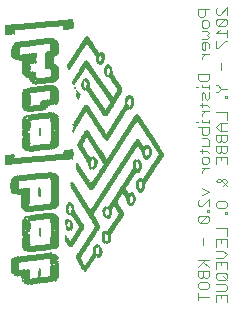
<source format=gbo>
G75*
%MOIN*%
%OFA0B0*%
%FSLAX25Y25*%
%IPPOS*%
%LPD*%
%AMOC8*
5,1,8,0,0,1.08239X$1,22.5*
%
%ADD10C,0.00300*%
%ADD11R,0.00098X0.01181*%
%ADD12R,0.00098X0.01476*%
%ADD13R,0.00098X0.01772*%
%ADD14R,0.00098X0.02067*%
%ADD15R,0.00098X0.02362*%
%ADD16R,0.00098X0.02559*%
%ADD17R,0.00098X0.02953*%
%ADD18R,0.00098X0.03150*%
%ADD19R,0.00098X0.03543*%
%ADD20R,0.00098X0.03740*%
%ADD21R,0.00098X0.04134*%
%ADD22R,0.00098X0.04429*%
%ADD23R,0.00098X0.04626*%
%ADD24R,0.00098X0.05020*%
%ADD25R,0.00098X0.02461*%
%ADD26R,0.00098X0.02165*%
%ADD27R,0.00098X0.02657*%
%ADD28R,0.00098X0.03445*%
%ADD29R,0.00098X0.03839*%
%ADD30R,0.00098X0.04035*%
%ADD31R,0.00098X0.01280*%
%ADD32R,0.00098X0.01083*%
%ADD33R,0.00098X0.00984*%
%ADD34R,0.00098X0.01378*%
%ADD35R,0.00098X0.01673*%
%ADD36R,0.00098X0.03051*%
%ADD37R,0.00098X0.02264*%
%ADD38R,0.00098X0.01575*%
%ADD39R,0.00098X0.00591*%
%ADD40R,0.00098X0.02854*%
%ADD41R,0.00098X0.00394*%
%ADD42R,0.00098X0.03937*%
%ADD43R,0.00098X0.02756*%
%ADD44R,0.00098X0.00295*%
%ADD45R,0.00098X0.03248*%
%ADD46R,0.00098X0.00689*%
%ADD47R,0.00098X0.03346*%
%ADD48R,0.00098X0.01969*%
%ADD49R,0.00098X0.00886*%
%ADD50R,0.00098X0.03642*%
%ADD51R,0.00098X0.01870*%
%ADD52R,0.00098X0.04528*%
%ADD53R,0.00098X0.00787*%
%ADD54R,0.00098X0.05709*%
%ADD55R,0.00098X0.05413*%
%ADD56R,0.00098X0.05118*%
%ADD57R,0.00098X0.04823*%
%ADD58R,0.00098X0.04232*%
%ADD59R,0.00098X0.04921*%
%ADD60R,0.00098X0.05512*%
%ADD61R,0.00098X0.05217*%
%ADD62R,0.00098X0.05610*%
%ADD63R,0.00098X0.05315*%
%ADD64R,0.00098X0.04331*%
%ADD65R,0.00098X0.04724*%
%ADD66R,0.00098X0.00197*%
%ADD67R,0.00098X0.00492*%
%ADD68R,0.00098X0.00098*%
%ADD69R,0.00098X0.08858*%
%ADD70R,0.00098X0.09843*%
%ADD71R,0.00098X0.09449*%
%ADD72R,0.00098X0.10039*%
%ADD73R,0.00098X0.09646*%
%ADD74R,0.00098X0.10236*%
%ADD75R,0.00098X0.10138*%
%ADD76R,0.00098X0.10433*%
%ADD77R,0.00098X0.10335*%
%ADD78R,0.00098X0.10630*%
%ADD79R,0.00098X0.10827*%
%ADD80R,0.00098X0.10531*%
%ADD81R,0.00098X0.06004*%
%ADD82R,0.00098X0.10728*%
%ADD83R,0.00098X0.11024*%
%ADD84R,0.00098X0.06201*%
%ADD85R,0.00098X0.10925*%
%ADD86R,0.00098X0.11122*%
%ADD87R,0.00098X0.08268*%
%ADD88R,0.00098X0.11319*%
%ADD89R,0.00098X0.08465*%
%ADD90R,0.00098X0.05906*%
%ADD91R,0.00098X0.11220*%
%ADD92R,0.00098X0.11516*%
%ADD93R,0.00098X0.08661*%
%ADD94R,0.00098X0.05807*%
%ADD95R,0.00098X0.11417*%
%ADD96R,0.00098X0.11713*%
%ADD97R,0.00098X0.08760*%
%ADD98R,0.00098X0.06102*%
%ADD99R,0.00098X0.11811*%
%ADD100R,0.00098X0.11909*%
%ADD101R,0.00098X0.09055*%
%ADD102R,0.00098X0.12008*%
%ADD103R,0.00098X0.06299*%
%ADD104R,0.00098X0.12106*%
%ADD105R,0.00098X0.06398*%
%ADD106R,0.00098X0.07579*%
%ADD107R,0.00098X0.07776*%
%ADD108R,0.00098X0.12303*%
%ADD109R,0.00098X0.14567*%
%ADD110R,0.00098X0.06496*%
%ADD111R,0.00098X0.12205*%
%ADD112R,0.00098X0.14665*%
%ADD113R,0.00098X0.06594*%
%ADD114R,0.00098X0.12500*%
%ADD115R,0.00098X0.09547*%
%ADD116R,0.00098X0.14764*%
%ADD117R,0.00098X0.09744*%
%ADD118R,0.00098X0.08071*%
%ADD119R,0.00098X0.08366*%
%ADD120R,0.00098X0.08169*%
%ADD121R,0.00098X0.07972*%
%ADD122R,0.00098X0.07874*%
%ADD123R,0.00098X0.07677*%
%ADD124R,0.00098X0.06988*%
%ADD125R,0.00098X0.06890*%
%ADD126R,0.00098X0.07382*%
%ADD127R,0.00098X0.06791*%
%ADD128R,0.00098X0.07480*%
%ADD129R,0.00098X0.07283*%
%ADD130R,0.00098X0.07185*%
%ADD131R,0.00098X0.07087*%
%ADD132R,0.00098X0.06693*%
D10*
X0157742Y0060889D02*
X0157742Y0063358D01*
X0157742Y0062123D02*
X0161445Y0062123D01*
X0163742Y0062744D02*
X0163742Y0060275D01*
X0165594Y0061509D02*
X0165594Y0062744D01*
X0166828Y0063958D02*
X0163742Y0063958D01*
X0163742Y0062744D02*
X0167445Y0062744D01*
X0167445Y0060275D01*
X0166828Y0063958D02*
X0167445Y0064575D01*
X0167445Y0065810D01*
X0166828Y0066427D01*
X0163742Y0066427D01*
X0164359Y0067641D02*
X0166828Y0067641D01*
X0167445Y0068259D01*
X0167445Y0069493D01*
X0166828Y0070110D01*
X0164359Y0070110D01*
X0163742Y0069493D01*
X0163742Y0068259D01*
X0164359Y0067641D01*
X0166211Y0068876D02*
X0167445Y0067641D01*
X0167445Y0071324D02*
X0167445Y0073793D01*
X0163742Y0073793D01*
X0163742Y0071324D01*
X0165594Y0072559D02*
X0165594Y0073793D01*
X0166211Y0075008D02*
X0163742Y0075008D01*
X0161445Y0074407D02*
X0157742Y0074407D01*
X0159594Y0073790D02*
X0161445Y0071938D01*
X0161445Y0070724D02*
X0161445Y0068872D01*
X0160828Y0068255D01*
X0160211Y0068255D01*
X0159594Y0068872D01*
X0159594Y0070724D01*
X0161445Y0070724D02*
X0157742Y0070724D01*
X0157742Y0068872D01*
X0158359Y0068255D01*
X0158976Y0068255D01*
X0159594Y0068872D01*
X0158359Y0067041D02*
X0160828Y0067041D01*
X0161445Y0066424D01*
X0161445Y0065189D01*
X0160828Y0064572D01*
X0158359Y0064572D01*
X0157742Y0065189D01*
X0157742Y0066424D01*
X0158359Y0067041D01*
X0157742Y0071938D02*
X0160211Y0074407D01*
X0163742Y0077476D02*
X0166211Y0077476D01*
X0167445Y0076242D01*
X0166211Y0075008D01*
X0167445Y0078691D02*
X0167445Y0081160D01*
X0163742Y0081160D01*
X0163742Y0078691D01*
X0165594Y0079925D02*
X0165594Y0081160D01*
X0167445Y0082374D02*
X0167445Y0084843D01*
X0163742Y0084843D01*
X0161445Y0087288D02*
X0161445Y0088523D01*
X0160828Y0089140D01*
X0158359Y0086671D01*
X0160828Y0086671D01*
X0161445Y0087288D01*
X0160828Y0089140D02*
X0158359Y0089140D01*
X0157742Y0088523D01*
X0157742Y0087288D01*
X0158359Y0086671D01*
X0160828Y0090364D02*
X0161445Y0090364D01*
X0161445Y0090981D01*
X0160828Y0090981D01*
X0160828Y0090364D01*
X0161445Y0092196D02*
X0161445Y0094664D01*
X0158976Y0092196D01*
X0158359Y0092196D01*
X0157742Y0092813D01*
X0157742Y0094047D01*
X0158359Y0094664D01*
X0158976Y0095879D02*
X0161445Y0097113D01*
X0158976Y0098348D01*
X0158976Y0103248D02*
X0158976Y0103866D01*
X0160211Y0105100D01*
X0161445Y0105100D02*
X0158976Y0105100D01*
X0159594Y0106314D02*
X0158976Y0106932D01*
X0158976Y0108166D01*
X0159594Y0108783D01*
X0160828Y0108783D01*
X0161445Y0108166D01*
X0161445Y0106932D01*
X0160828Y0106314D01*
X0159594Y0106314D01*
X0158976Y0110004D02*
X0158976Y0111239D01*
X0158359Y0110621D02*
X0160828Y0110621D01*
X0161445Y0110004D01*
X0163742Y0110615D02*
X0164359Y0109997D01*
X0164976Y0109997D01*
X0165594Y0110615D01*
X0165594Y0112466D01*
X0166211Y0113681D02*
X0166828Y0113681D01*
X0167445Y0114298D01*
X0167445Y0116149D01*
X0163742Y0116149D01*
X0163742Y0114298D01*
X0164359Y0113681D01*
X0164976Y0113681D01*
X0165594Y0114298D01*
X0165594Y0116149D01*
X0165594Y0117364D02*
X0165594Y0119833D01*
X0164976Y0119833D02*
X0167445Y0119833D01*
X0167445Y0121047D02*
X0167445Y0123516D01*
X0163742Y0123516D01*
X0161445Y0124130D02*
X0158976Y0124130D01*
X0158976Y0125351D02*
X0158976Y0126585D01*
X0158359Y0125968D02*
X0160828Y0125968D01*
X0161445Y0125351D01*
X0160211Y0124130D02*
X0158976Y0122895D01*
X0158976Y0122278D01*
X0158976Y0121060D02*
X0158976Y0120443D01*
X0161445Y0120443D01*
X0161445Y0121060D02*
X0161445Y0119826D01*
X0161445Y0118605D02*
X0161445Y0116753D01*
X0160828Y0116136D01*
X0159594Y0116136D01*
X0158976Y0116753D01*
X0158976Y0118605D01*
X0157742Y0118605D02*
X0161445Y0118605D01*
X0163742Y0118598D02*
X0164976Y0119833D01*
X0163742Y0118598D02*
X0164976Y0117364D01*
X0167445Y0117364D01*
X0165594Y0114298D02*
X0166211Y0113681D01*
X0167445Y0112466D02*
X0163742Y0112466D01*
X0163742Y0110615D01*
X0163742Y0108783D02*
X0167445Y0108783D01*
X0167445Y0106314D01*
X0165594Y0107549D02*
X0165594Y0108783D01*
X0166211Y0109997D02*
X0166828Y0109997D01*
X0167445Y0110615D01*
X0167445Y0112466D01*
X0165594Y0110615D02*
X0166211Y0109997D01*
X0163742Y0108783D02*
X0163742Y0106314D01*
X0161445Y0112453D02*
X0158976Y0112453D01*
X0161445Y0112453D02*
X0161445Y0114305D01*
X0160828Y0114922D01*
X0158976Y0114922D01*
X0157742Y0120443D02*
X0157125Y0120443D01*
X0158976Y0127799D02*
X0158976Y0129651D01*
X0159594Y0130268D01*
X0160211Y0129651D01*
X0160211Y0128417D01*
X0160828Y0127799D01*
X0161445Y0128417D01*
X0161445Y0130268D01*
X0161445Y0131489D02*
X0161445Y0132724D01*
X0161445Y0132106D02*
X0158976Y0132106D01*
X0158976Y0132724D01*
X0158359Y0133938D02*
X0160828Y0133938D01*
X0161445Y0134555D01*
X0161445Y0136407D01*
X0157742Y0136407D01*
X0157742Y0134555D01*
X0158359Y0133938D01*
X0157742Y0132106D02*
X0157125Y0132106D01*
X0163742Y0132724D02*
X0164359Y0132724D01*
X0165594Y0131489D01*
X0167445Y0131489D01*
X0165594Y0131489D02*
X0164359Y0130255D01*
X0163742Y0130255D01*
X0166828Y0129040D02*
X0166828Y0128423D01*
X0167445Y0128423D01*
X0167445Y0129040D01*
X0166828Y0129040D01*
X0165594Y0137621D02*
X0165594Y0140090D01*
X0164359Y0144987D02*
X0166828Y0147456D01*
X0167445Y0147456D01*
X0167445Y0148670D02*
X0167445Y0151139D01*
X0167445Y0149905D02*
X0163742Y0149905D01*
X0164976Y0151139D01*
X0164359Y0152354D02*
X0166828Y0154822D01*
X0167445Y0154205D01*
X0167445Y0152971D01*
X0166828Y0152354D01*
X0164359Y0152354D01*
X0163742Y0152971D01*
X0163742Y0154205D01*
X0164359Y0154822D01*
X0166828Y0154822D01*
X0167445Y0156037D02*
X0167445Y0158506D01*
X0164976Y0156037D01*
X0164359Y0156037D01*
X0163742Y0156654D01*
X0163742Y0157888D01*
X0164359Y0158506D01*
X0161445Y0157892D02*
X0157742Y0157892D01*
X0157742Y0156040D01*
X0158359Y0155423D01*
X0159594Y0155423D01*
X0160211Y0156040D01*
X0160211Y0157892D01*
X0160828Y0154209D02*
X0161445Y0153591D01*
X0161445Y0152357D01*
X0160828Y0151740D01*
X0159594Y0151740D01*
X0158976Y0152357D01*
X0158976Y0153591D01*
X0159594Y0154209D01*
X0160828Y0154209D01*
X0160828Y0150525D02*
X0161445Y0149908D01*
X0160828Y0149291D01*
X0161445Y0148674D01*
X0160828Y0148057D01*
X0158976Y0148057D01*
X0159594Y0146842D02*
X0158976Y0146225D01*
X0158976Y0144991D01*
X0159594Y0144373D01*
X0160211Y0144373D01*
X0160211Y0146842D01*
X0160828Y0146842D02*
X0159594Y0146842D01*
X0160828Y0146842D02*
X0161445Y0146225D01*
X0161445Y0144991D01*
X0161445Y0143159D02*
X0158976Y0143159D01*
X0158976Y0141925D02*
X0160211Y0143159D01*
X0158976Y0141925D02*
X0158976Y0141308D01*
X0163742Y0144987D02*
X0164359Y0144987D01*
X0163742Y0144987D02*
X0163742Y0147456D01*
X0160828Y0150525D02*
X0158976Y0150525D01*
X0164359Y0101417D02*
X0164976Y0101417D01*
X0167445Y0098948D01*
X0166211Y0098948D02*
X0167445Y0100182D01*
X0167445Y0100800D01*
X0166828Y0101417D01*
X0166211Y0101417D01*
X0164976Y0100182D01*
X0164359Y0100182D01*
X0163742Y0100800D01*
X0164359Y0101417D01*
X0164359Y0094051D02*
X0166828Y0094051D01*
X0167445Y0093433D01*
X0167445Y0092199D01*
X0166828Y0091582D01*
X0164359Y0091582D01*
X0163742Y0092199D01*
X0163742Y0093433D01*
X0164359Y0094051D01*
X0166828Y0090367D02*
X0166828Y0089750D01*
X0167445Y0089750D01*
X0167445Y0090367D01*
X0166828Y0090367D01*
X0159594Y0081773D02*
X0159594Y0079305D01*
D11*
X0138953Y0097467D03*
X0138855Y0097467D03*
X0138757Y0097467D03*
X0138658Y0097467D03*
X0138560Y0097467D03*
X0138363Y0097565D03*
X0138264Y0097663D03*
X0138166Y0097762D03*
X0136099Y0096089D03*
X0136198Y0093136D03*
X0135213Y0092939D03*
X0132949Y0089789D03*
X0128323Y0088707D03*
X0128225Y0091659D03*
X0127142Y0091659D03*
X0124977Y0085360D03*
X0127635Y0083293D03*
X0127733Y0083293D03*
X0128127Y0080537D03*
X0123894Y0078766D03*
X0124485Y0075715D03*
X0122713Y0074337D03*
X0117595Y0075321D03*
X0117201Y0081226D03*
X0113953Y0080931D03*
X0115233Y0084671D03*
X0114347Y0084967D03*
X0114052Y0085360D03*
X0119760Y0085262D03*
X0115036Y0092939D03*
X0114938Y0092939D03*
X0115922Y0098648D03*
X0117595Y0104848D03*
X0123304Y0105242D03*
X0123402Y0105341D03*
X0124288Y0107014D03*
X0119170Y0110754D03*
X0134524Y0125222D03*
X0135705Y0125321D03*
X0135705Y0128470D03*
X0135607Y0128569D03*
X0134721Y0128569D03*
X0134623Y0128470D03*
X0128422Y0135754D03*
X0127438Y0136049D03*
X0127536Y0138707D03*
X0125568Y0139986D03*
X0125469Y0139986D03*
X0124879Y0140183D03*
X0125469Y0143037D03*
X0120745Y0134278D03*
X0120745Y0131325D03*
X0119957Y0131423D03*
X0118383Y0129159D03*
X0114938Y0138313D03*
X0103717Y0136344D03*
X0103520Y0134868D03*
X0138264Y0107014D03*
X0140430Y0108490D03*
X0140627Y0108392D03*
X0140725Y0108392D03*
X0141414Y0108687D03*
X0141414Y0111935D03*
X0141316Y0112033D03*
X0146335Y0109376D03*
X0137969Y0104061D03*
X0137871Y0104061D03*
X0137772Y0104061D03*
X0137674Y0104061D03*
X0137575Y0104159D03*
X0137477Y0104159D03*
X0139249Y0100911D03*
X0139347Y0100715D03*
X0100075Y0067152D03*
D12*
X0098205Y0072417D03*
X0099485Y0082949D03*
X0111001Y0074976D03*
X0114642Y0079898D03*
X0117398Y0082850D03*
X0123796Y0078520D03*
X0122123Y0074189D03*
X0121040Y0071827D03*
X0126946Y0089150D03*
X0128422Y0088953D03*
X0136394Y0093480D03*
X0135213Y0095843D03*
X0138068Y0098008D03*
X0139446Y0097811D03*
X0138363Y0106768D03*
X0141611Y0108933D03*
X0142398Y0110508D03*
X0141611Y0111689D03*
X0146237Y0109425D03*
X0134426Y0125272D03*
X0134426Y0128224D03*
X0135804Y0128323D03*
X0132457Y0131177D03*
X0128619Y0138362D03*
X0125764Y0142890D03*
X0119268Y0132654D03*
X0120843Y0131374D03*
X0118284Y0129209D03*
X0116414Y0133638D03*
X0122615Y0122811D03*
X0103520Y0136295D03*
X0104012Y0142398D03*
X0103914Y0146925D03*
X0103816Y0146925D03*
X0116020Y0098697D03*
D13*
X0116119Y0098648D03*
X0107851Y0102486D03*
X0118186Y0112722D03*
X0124190Y0106915D03*
X0127339Y0115183D03*
X0138363Y0104455D03*
X0146138Y0109474D03*
X0128422Y0091561D03*
X0126355Y0090577D03*
X0128028Y0083195D03*
X0120154Y0071482D03*
X0120351Y0071384D03*
X0114839Y0079848D03*
X0111591Y0086344D03*
X0118186Y0129159D03*
X0108442Y0134376D03*
X0107753Y0134278D03*
X0103619Y0131030D03*
X0103520Y0131030D03*
X0103914Y0142250D03*
X0104209Y0146876D03*
X0104308Y0146876D03*
X0104406Y0146876D03*
X0104505Y0146876D03*
X0104603Y0146876D03*
X0104701Y0146876D03*
X0104800Y0146876D03*
X0104898Y0146876D03*
X0126650Y0141856D03*
X0128619Y0135951D03*
D14*
X0120942Y0131571D03*
X0119367Y0132654D03*
X0120646Y0124878D03*
X0120745Y0124878D03*
X0120843Y0124780D03*
X0127044Y0123402D03*
X0127142Y0123402D03*
X0127241Y0123402D03*
X0134327Y0125469D03*
X0127635Y0115232D03*
X0127044Y0115528D03*
X0118284Y0112673D03*
X0112772Y0108638D03*
X0112674Y0108638D03*
X0112575Y0108638D03*
X0112477Y0108638D03*
X0112379Y0108638D03*
X0112280Y0108638D03*
X0112182Y0108638D03*
X0112083Y0108638D03*
X0111985Y0108638D03*
X0111886Y0108638D03*
X0111788Y0108638D03*
X0111690Y0108638D03*
X0111296Y0108539D03*
X0111198Y0108539D03*
X0111099Y0108539D03*
X0111001Y0108539D03*
X0110902Y0108539D03*
X0110804Y0108539D03*
X0110705Y0108539D03*
X0110607Y0108539D03*
X0110509Y0108539D03*
X0110312Y0108441D03*
X0110213Y0108441D03*
X0110115Y0108441D03*
X0110016Y0108441D03*
X0109918Y0108441D03*
X0109820Y0108441D03*
X0109721Y0108441D03*
X0109623Y0108441D03*
X0109524Y0108441D03*
X0109426Y0108441D03*
X0109327Y0108441D03*
X0109131Y0108343D03*
X0109032Y0108343D03*
X0108934Y0108343D03*
X0108835Y0108343D03*
X0108737Y0108343D03*
X0108638Y0108343D03*
X0108540Y0108343D03*
X0108442Y0108343D03*
X0108343Y0108343D03*
X0108245Y0108343D03*
X0108048Y0108244D03*
X0107949Y0108244D03*
X0107851Y0108244D03*
X0107753Y0108244D03*
X0107654Y0108244D03*
X0107556Y0108244D03*
X0107457Y0108244D03*
X0107359Y0108244D03*
X0107260Y0108244D03*
X0107162Y0108244D03*
X0107064Y0108244D03*
X0106867Y0108146D03*
X0106768Y0108146D03*
X0106670Y0108146D03*
X0106572Y0108146D03*
X0106473Y0108146D03*
X0106375Y0108146D03*
X0106276Y0108146D03*
X0106178Y0108146D03*
X0106079Y0108146D03*
X0105981Y0108146D03*
X0105784Y0108047D03*
X0105686Y0108047D03*
X0105587Y0108047D03*
X0105489Y0108047D03*
X0105390Y0108047D03*
X0105292Y0108047D03*
X0105194Y0108047D03*
X0105095Y0108047D03*
X0104997Y0108047D03*
X0104898Y0108047D03*
X0104800Y0108047D03*
X0104701Y0107949D03*
X0104603Y0107949D03*
X0104505Y0107949D03*
X0104406Y0107949D03*
X0104308Y0107949D03*
X0104209Y0107949D03*
X0104111Y0107949D03*
X0104012Y0107949D03*
X0103914Y0107949D03*
X0103816Y0107949D03*
X0103717Y0107949D03*
X0103619Y0107850D03*
X0103520Y0107850D03*
X0103422Y0107850D03*
X0103323Y0107850D03*
X0103225Y0107850D03*
X0103127Y0107850D03*
X0103028Y0107850D03*
X0102930Y0107850D03*
X0102831Y0107850D03*
X0102733Y0107850D03*
X0102635Y0107850D03*
X0102536Y0107752D03*
X0102438Y0107752D03*
X0102339Y0107752D03*
X0102241Y0107752D03*
X0102142Y0107752D03*
X0102044Y0107752D03*
X0101946Y0107752D03*
X0101847Y0107752D03*
X0101749Y0107752D03*
X0101650Y0107752D03*
X0101552Y0107752D03*
X0101355Y0107654D03*
X0101257Y0107654D03*
X0101158Y0107654D03*
X0101060Y0107654D03*
X0100961Y0107654D03*
X0100863Y0107654D03*
X0100764Y0107654D03*
X0100666Y0107654D03*
X0100568Y0107654D03*
X0100469Y0107654D03*
X0100272Y0107555D03*
X0100174Y0107555D03*
X0100075Y0107555D03*
X0099977Y0107555D03*
X0099879Y0107555D03*
X0099780Y0107555D03*
X0099682Y0107555D03*
X0099583Y0107555D03*
X0099485Y0107555D03*
X0099386Y0107555D03*
X0099091Y0107457D03*
X0098993Y0107457D03*
X0098894Y0107457D03*
X0098796Y0107457D03*
X0098698Y0107457D03*
X0098599Y0107457D03*
X0098501Y0107457D03*
X0098402Y0107457D03*
X0098304Y0107457D03*
X0098009Y0107358D03*
X0097910Y0107358D03*
X0097812Y0107358D03*
X0097713Y0107358D03*
X0097615Y0107358D03*
X0097516Y0107358D03*
X0097418Y0107358D03*
X0097320Y0107358D03*
X0097221Y0107358D03*
X0097123Y0107358D03*
X0097024Y0107358D03*
X0101847Y0111492D03*
X0101946Y0111492D03*
X0102733Y0111492D03*
X0102831Y0111492D03*
X0102930Y0111492D03*
X0103028Y0111492D03*
X0103520Y0111591D03*
X0103619Y0111591D03*
X0102831Y0102043D03*
X0101946Y0101945D03*
X0101060Y0101846D03*
X0100961Y0101846D03*
X0100174Y0101748D03*
X0099386Y0101650D03*
X0099288Y0101650D03*
X0098698Y0101551D03*
X0098599Y0101551D03*
X0098501Y0101551D03*
X0098205Y0101453D03*
X0098107Y0101453D03*
X0098205Y0097024D03*
X0098304Y0097024D03*
X0098402Y0097024D03*
X0098501Y0097024D03*
X0098599Y0097024D03*
X0098698Y0097024D03*
X0098796Y0097024D03*
X0098894Y0097024D03*
X0101650Y0091413D03*
X0102044Y0091413D03*
X0102142Y0091413D03*
X0102241Y0091413D03*
X0102339Y0091413D03*
X0102438Y0091413D03*
X0102536Y0091413D03*
X0102635Y0091413D03*
X0103323Y0091512D03*
X0103422Y0091512D03*
X0103520Y0091512D03*
X0102142Y0088264D03*
X0108343Y0092004D03*
X0108737Y0092102D03*
X0108835Y0092102D03*
X0114150Y0091413D03*
X0116020Y0085803D03*
X0114052Y0081276D03*
X0114150Y0081079D03*
X0114249Y0080882D03*
X0114347Y0080783D03*
X0115135Y0079799D03*
X0115233Y0079701D03*
X0115331Y0079602D03*
X0119072Y0076945D03*
X0117792Y0075173D03*
X0119859Y0071827D03*
X0120646Y0071728D03*
X0120745Y0071827D03*
X0121729Y0073303D03*
X0121926Y0073598D03*
X0122516Y0074583D03*
X0122615Y0074681D03*
X0121729Y0081177D03*
X0124780Y0085409D03*
X0123107Y0091315D03*
X0123304Y0091610D03*
X0132753Y0089839D03*
X0137477Y0099189D03*
X0146040Y0109425D03*
X0108835Y0102535D03*
X0104800Y0122122D03*
X0104701Y0122122D03*
X0104012Y0122024D03*
X0103914Y0122024D03*
X0103323Y0121925D03*
X0103225Y0121925D03*
X0103127Y0121925D03*
X0102635Y0121827D03*
X0102536Y0121827D03*
X0102438Y0121827D03*
X0102044Y0121728D03*
X0101946Y0121728D03*
X0101847Y0124780D03*
X0105292Y0125075D03*
X0107949Y0126748D03*
X0102733Y0130980D03*
X0102635Y0130980D03*
X0102536Y0130980D03*
X0102438Y0130980D03*
X0102142Y0130882D03*
X0102044Y0130882D03*
X0101946Y0130882D03*
X0101847Y0130783D03*
X0104209Y0133933D03*
X0107064Y0134130D03*
X0107162Y0134130D03*
X0103323Y0142201D03*
X0103225Y0142201D03*
X0103127Y0142201D03*
X0099485Y0141807D03*
X0099386Y0141807D03*
X0099288Y0141807D03*
X0099190Y0141807D03*
X0099091Y0141807D03*
X0098993Y0141807D03*
X0098894Y0141807D03*
X0098796Y0141807D03*
X0098698Y0141807D03*
X0098599Y0141807D03*
X0098501Y0141807D03*
X0098009Y0151945D03*
X0097910Y0151945D03*
X0097812Y0151945D03*
X0097713Y0151945D03*
X0097615Y0151945D03*
X0097516Y0151945D03*
X0097418Y0151945D03*
X0097320Y0151945D03*
X0097221Y0151945D03*
X0097123Y0151945D03*
X0096926Y0151846D03*
X0096827Y0151846D03*
X0096729Y0151846D03*
X0098205Y0152043D03*
X0098304Y0152043D03*
X0098402Y0152043D03*
X0098501Y0152043D03*
X0098599Y0152043D03*
X0098698Y0152043D03*
X0098796Y0152043D03*
X0098894Y0152043D03*
X0098993Y0152043D03*
X0099091Y0152043D03*
X0099288Y0152142D03*
X0099386Y0152142D03*
X0099485Y0152142D03*
X0099583Y0152142D03*
X0099682Y0152142D03*
X0099780Y0152142D03*
X0099879Y0152142D03*
X0099977Y0152142D03*
X0100075Y0152142D03*
X0100174Y0152142D03*
X0100371Y0152240D03*
X0100469Y0152240D03*
X0100568Y0152240D03*
X0100666Y0152240D03*
X0100764Y0152240D03*
X0100863Y0152240D03*
X0100961Y0152240D03*
X0101060Y0152240D03*
X0101158Y0152240D03*
X0101257Y0152240D03*
X0101355Y0152240D03*
X0101552Y0152339D03*
X0101650Y0152339D03*
X0101749Y0152339D03*
X0101847Y0152339D03*
X0101946Y0152339D03*
X0102044Y0152339D03*
X0102142Y0152339D03*
X0102241Y0152339D03*
X0102339Y0152339D03*
X0102438Y0152339D03*
X0102635Y0152437D03*
X0102733Y0152437D03*
X0102831Y0152437D03*
X0102930Y0152437D03*
X0103028Y0152437D03*
X0103127Y0152437D03*
X0103225Y0152437D03*
X0103323Y0152437D03*
X0103422Y0152437D03*
X0103520Y0152437D03*
X0103619Y0152437D03*
X0103717Y0152535D03*
X0103816Y0152535D03*
X0103914Y0152535D03*
X0104012Y0152535D03*
X0104111Y0152535D03*
X0104209Y0152535D03*
X0104308Y0152535D03*
X0104406Y0152535D03*
X0104505Y0152535D03*
X0104603Y0152535D03*
X0104701Y0152535D03*
X0104898Y0152634D03*
X0104997Y0152634D03*
X0105095Y0152634D03*
X0105194Y0152634D03*
X0105292Y0152634D03*
X0105390Y0152634D03*
X0105489Y0152634D03*
X0105587Y0152634D03*
X0105686Y0152634D03*
X0105784Y0152634D03*
X0105883Y0152634D03*
X0105981Y0152732D03*
X0106079Y0152732D03*
X0106178Y0152732D03*
X0106276Y0152732D03*
X0106375Y0152732D03*
X0106473Y0152732D03*
X0106572Y0152732D03*
X0106670Y0152732D03*
X0106768Y0152732D03*
X0106867Y0152732D03*
X0106965Y0152732D03*
X0107064Y0152831D03*
X0107162Y0152831D03*
X0107260Y0152831D03*
X0107359Y0152831D03*
X0107457Y0152831D03*
X0107556Y0152831D03*
X0107654Y0152831D03*
X0107753Y0152831D03*
X0107851Y0152831D03*
X0107949Y0152831D03*
X0108048Y0152831D03*
X0108245Y0152929D03*
X0108343Y0152929D03*
X0108442Y0152929D03*
X0108540Y0152929D03*
X0108638Y0152929D03*
X0108737Y0152929D03*
X0108835Y0152929D03*
X0108934Y0152929D03*
X0109032Y0152929D03*
X0109131Y0152929D03*
X0109229Y0152929D03*
X0109327Y0153028D03*
X0109426Y0153028D03*
X0109524Y0153028D03*
X0109623Y0153028D03*
X0109721Y0153028D03*
X0109820Y0153028D03*
X0109918Y0153028D03*
X0110016Y0153028D03*
X0110115Y0153028D03*
X0110213Y0153028D03*
X0110312Y0153028D03*
X0110509Y0153126D03*
X0110607Y0153126D03*
X0110705Y0153126D03*
X0110804Y0153126D03*
X0110902Y0153126D03*
X0111001Y0153126D03*
X0111099Y0153126D03*
X0111198Y0153126D03*
X0111296Y0153126D03*
X0111394Y0153126D03*
X0111690Y0153224D03*
X0111788Y0153224D03*
X0111886Y0153224D03*
X0111985Y0153224D03*
X0112083Y0153224D03*
X0112182Y0153224D03*
X0112280Y0153224D03*
X0112379Y0153224D03*
X0112772Y0153323D03*
X0112871Y0153323D03*
X0112969Y0153323D03*
X0113068Y0153323D03*
X0116316Y0152535D03*
X0108737Y0078717D03*
X0108638Y0078717D03*
X0108540Y0078717D03*
X0108442Y0078717D03*
X0108048Y0078618D03*
X0107949Y0078618D03*
X0107851Y0078618D03*
X0107064Y0078520D03*
X0108048Y0075665D03*
X0108146Y0075665D03*
X0108245Y0075665D03*
X0105883Y0075370D03*
X0102438Y0077929D03*
X0102339Y0077929D03*
X0102241Y0077929D03*
X0102142Y0077929D03*
X0101847Y0078028D03*
X0103028Y0078028D03*
X0103127Y0078028D03*
X0103225Y0078028D03*
X0098796Y0074484D03*
X0098698Y0074484D03*
X0098599Y0074484D03*
X0098501Y0074484D03*
X0098205Y0074386D03*
X0098205Y0069957D03*
X0098107Y0069957D03*
X0101847Y0067201D03*
X0102831Y0067201D03*
X0102930Y0067201D03*
X0103028Y0067201D03*
X0103127Y0067201D03*
X0103225Y0067201D03*
X0103323Y0067201D03*
X0103422Y0067201D03*
X0103520Y0067201D03*
X0103717Y0067299D03*
X0103816Y0067299D03*
X0104603Y0067496D03*
X0104701Y0067496D03*
X0105587Y0067594D03*
X0105686Y0067594D03*
X0105784Y0067594D03*
X0105883Y0067594D03*
X0105981Y0067594D03*
X0106079Y0067594D03*
X0106178Y0067594D03*
X0107064Y0067693D03*
X0108442Y0067890D03*
X0108737Y0067988D03*
D15*
X0119072Y0073057D03*
X0118973Y0073254D03*
X0119268Y0072762D03*
X0119367Y0072565D03*
X0119465Y0072467D03*
X0119268Y0077093D03*
X0119859Y0078077D03*
X0119957Y0078175D03*
X0121138Y0080045D03*
X0121335Y0080341D03*
X0122123Y0081620D03*
X0122221Y0081719D03*
X0122418Y0082014D03*
X0122615Y0082309D03*
X0122812Y0082604D03*
X0123304Y0083392D03*
X0123501Y0083687D03*
X0123599Y0083884D03*
X0123698Y0083982D03*
X0124682Y0085459D03*
X0128127Y0082998D03*
X0125764Y0076994D03*
X0116020Y0080144D03*
X0115922Y0080045D03*
X0108934Y0092250D03*
X0108934Y0102388D03*
X0117792Y0105144D03*
X0121827Y0099140D03*
X0122320Y0098844D03*
X0129800Y0093431D03*
X0131375Y0095793D03*
X0131572Y0096089D03*
X0131768Y0096384D03*
X0131867Y0096581D03*
X0132064Y0096876D03*
X0132260Y0097171D03*
X0133934Y0099730D03*
X0134032Y0099927D03*
X0134131Y0100026D03*
X0134229Y0100222D03*
X0134327Y0100321D03*
X0134426Y0100518D03*
X0134623Y0100813D03*
X0134721Y0101010D03*
X0134918Y0101305D03*
X0135115Y0101600D03*
X0135312Y0101896D03*
X0135509Y0102191D03*
X0135705Y0102486D03*
X0141316Y0102585D03*
X0141512Y0102880D03*
X0141611Y0103077D03*
X0141709Y0103175D03*
X0141808Y0103372D03*
X0141906Y0103470D03*
X0142005Y0103667D03*
X0142103Y0103766D03*
X0142201Y0103963D03*
X0142300Y0104061D03*
X0142398Y0104258D03*
X0142497Y0104356D03*
X0142595Y0104553D03*
X0142694Y0104652D03*
X0142792Y0104848D03*
X0142989Y0105144D03*
X0143186Y0105439D03*
X0143383Y0105734D03*
X0143579Y0106030D03*
X0143776Y0106325D03*
X0143973Y0106620D03*
X0144170Y0106915D03*
X0144367Y0107211D03*
X0145942Y0109474D03*
X0144957Y0110951D03*
X0144760Y0111246D03*
X0144268Y0112033D03*
X0144072Y0112329D03*
X0139150Y0111837D03*
X0139052Y0111935D03*
X0138953Y0112132D03*
X0138757Y0112427D03*
X0138560Y0112722D03*
X0138461Y0112919D03*
X0137674Y0113313D03*
X0130883Y0120301D03*
X0130981Y0120498D03*
X0131178Y0120793D03*
X0131276Y0120990D03*
X0131375Y0121089D03*
X0131473Y0121285D03*
X0132556Y0122959D03*
X0132753Y0123254D03*
X0132949Y0123549D03*
X0133048Y0123746D03*
X0133245Y0124041D03*
X0133343Y0124238D03*
X0137772Y0121679D03*
X0127733Y0123844D03*
X0127635Y0123746D03*
X0127536Y0123648D03*
X0126650Y0123746D03*
X0125469Y0125321D03*
X0125272Y0125616D03*
X0125075Y0125911D03*
X0124879Y0126207D03*
X0124780Y0126305D03*
X0124682Y0126502D03*
X0124583Y0126600D03*
X0124485Y0126797D03*
X0124386Y0126896D03*
X0124190Y0127191D03*
X0123993Y0127486D03*
X0123894Y0127585D03*
X0123796Y0127781D03*
X0123698Y0127880D03*
X0123599Y0128077D03*
X0123501Y0128175D03*
X0123402Y0128372D03*
X0123304Y0128470D03*
X0123205Y0128667D03*
X0123107Y0128766D03*
X0122910Y0129061D03*
X0122812Y0129159D03*
X0122713Y0129356D03*
X0122615Y0129455D03*
X0122516Y0129652D03*
X0122418Y0129750D03*
X0122320Y0129947D03*
X0122221Y0130045D03*
X0122123Y0130242D03*
X0121926Y0130537D03*
X0117989Y0129159D03*
X0120351Y0124730D03*
X0121040Y0124632D03*
X0121138Y0124533D03*
X0121729Y0123648D03*
X0122713Y0122171D03*
X0122910Y0121876D03*
X0123009Y0121679D03*
X0123107Y0121581D03*
X0123205Y0121384D03*
X0123304Y0121285D03*
X0123402Y0121089D03*
X0123501Y0120990D03*
X0123599Y0120793D03*
X0123796Y0120498D03*
X0123894Y0120301D03*
X0123993Y0120203D03*
X0124091Y0120006D03*
X0124190Y0119907D03*
X0124288Y0119711D03*
X0124386Y0119612D03*
X0124485Y0119415D03*
X0124583Y0119317D03*
X0124682Y0119120D03*
X0124780Y0119022D03*
X0124879Y0118825D03*
X0124977Y0118726D03*
X0125075Y0118530D03*
X0125272Y0118234D03*
X0125469Y0117939D03*
X0125666Y0117644D03*
X0125764Y0117447D03*
X0125863Y0117348D03*
X0125961Y0117152D03*
X0126060Y0117053D03*
X0126158Y0116856D03*
X0126257Y0116758D03*
X0126355Y0116561D03*
X0126453Y0116463D03*
X0127831Y0115478D03*
X0127930Y0115577D03*
X0121040Y0116364D03*
X0120942Y0116463D03*
X0120843Y0116463D03*
X0118383Y0112722D03*
X0104012Y0134081D03*
X0099485Y0137821D03*
X0115135Y0139100D03*
X0115233Y0139297D03*
X0115331Y0139396D03*
X0115528Y0139691D03*
X0119170Y0137722D03*
X0119268Y0137821D03*
X0119367Y0138018D03*
X0119564Y0138313D03*
X0119760Y0138608D03*
X0119957Y0138904D03*
X0120056Y0139002D03*
X0120253Y0139297D03*
X0120843Y0139494D03*
X0120942Y0139396D03*
X0119072Y0137526D03*
X0118875Y0137230D03*
X0118776Y0137033D03*
X0118678Y0136935D03*
X0118579Y0136738D03*
X0118383Y0136443D03*
X0122812Y0145104D03*
X0122713Y0145203D03*
X0120942Y0147565D03*
X0120843Y0147565D03*
X0120745Y0147565D03*
X0132654Y0089789D03*
D16*
X0131276Y0087722D03*
X0131079Y0087427D03*
X0130883Y0087132D03*
X0130784Y0086935D03*
X0130686Y0086837D03*
X0130587Y0086640D03*
X0130489Y0086541D03*
X0130390Y0086344D03*
X0130292Y0086246D03*
X0130194Y0086049D03*
X0130095Y0085951D03*
X0129997Y0085754D03*
X0129898Y0085656D03*
X0129800Y0085459D03*
X0129701Y0085360D03*
X0129603Y0085163D03*
X0129406Y0084868D03*
X0123698Y0091955D03*
X0124190Y0092742D03*
X0124386Y0093037D03*
X0122024Y0099041D03*
X0125371Y0102978D03*
X0123993Y0106817D03*
X0120942Y0108490D03*
X0118087Y0104750D03*
X0118284Y0104455D03*
X0118481Y0104159D03*
X0121729Y0115380D03*
X0121237Y0116167D03*
X0120745Y0116364D03*
X0116709Y0118825D03*
X0117005Y0119317D03*
X0121335Y0124337D03*
X0121237Y0124435D03*
X0126060Y0124435D03*
X0126158Y0124337D03*
X0126257Y0124140D03*
X0126355Y0124041D03*
X0127930Y0124140D03*
X0128127Y0124435D03*
X0128717Y0128372D03*
X0128520Y0128667D03*
X0128422Y0128766D03*
X0128225Y0129061D03*
X0128028Y0129356D03*
X0127438Y0130242D03*
X0127241Y0130537D03*
X0127142Y0130636D03*
X0126946Y0130931D03*
X0126749Y0131226D03*
X0126650Y0131325D03*
X0126552Y0131522D03*
X0126453Y0131620D03*
X0125961Y0132309D03*
X0125863Y0132506D03*
X0125764Y0132604D03*
X0125666Y0132801D03*
X0125568Y0132900D03*
X0125371Y0133195D03*
X0125272Y0133293D03*
X0125075Y0133589D03*
X0124879Y0133884D03*
X0124583Y0134278D03*
X0124386Y0134573D03*
X0123698Y0135557D03*
X0123501Y0135852D03*
X0122516Y0137230D03*
X0122320Y0137526D03*
X0122123Y0137821D03*
X0121827Y0138215D03*
X0121631Y0138510D03*
X0121434Y0138805D03*
X0123894Y0143530D03*
X0123796Y0143726D03*
X0123698Y0143825D03*
X0123599Y0144022D03*
X0123501Y0144120D03*
X0123304Y0144415D03*
X0123107Y0144711D03*
X0122615Y0145498D03*
X0122516Y0145596D03*
X0122320Y0145892D03*
X0122221Y0145990D03*
X0122123Y0146187D03*
X0121926Y0146482D03*
X0121729Y0146778D03*
X0121434Y0147171D03*
X0121335Y0147270D03*
X0121237Y0147368D03*
X0121138Y0147467D03*
X0118875Y0144907D03*
X0118678Y0144612D03*
X0118579Y0144415D03*
X0118383Y0144120D03*
X0118186Y0143825D03*
X0117694Y0143037D03*
X0117497Y0142742D03*
X0117300Y0142447D03*
X0117103Y0142152D03*
X0116808Y0141659D03*
X0116611Y0141364D03*
X0116512Y0141266D03*
X0116414Y0141069D03*
X0116217Y0140774D03*
X0116020Y0140478D03*
X0119465Y0132604D03*
X0117792Y0129356D03*
X0107753Y0126502D03*
X0102831Y0141069D03*
X0102733Y0141069D03*
X0093678Y0150616D03*
X0129997Y0118923D03*
X0129800Y0118628D03*
X0129701Y0118431D03*
X0130194Y0119219D03*
X0130390Y0119514D03*
X0128323Y0116167D03*
X0128225Y0116069D03*
X0128127Y0115872D03*
X0137477Y0113116D03*
X0141611Y0116069D03*
X0141709Y0115970D03*
X0141808Y0115774D03*
X0141906Y0115675D03*
X0142005Y0115478D03*
X0142103Y0115380D03*
X0142300Y0115085D03*
X0142398Y0114888D03*
X0142497Y0114789D03*
X0142595Y0114593D03*
X0142694Y0114494D03*
X0142792Y0114297D03*
X0142989Y0114002D03*
X0143186Y0113707D03*
X0141512Y0116266D03*
X0141316Y0116561D03*
X0141217Y0116659D03*
X0141119Y0116856D03*
X0141020Y0116955D03*
X0140922Y0117152D03*
X0140823Y0117250D03*
X0140725Y0117447D03*
X0140528Y0117742D03*
X0140331Y0118037D03*
X0140135Y0118333D03*
X0139938Y0118628D03*
X0137969Y0121482D03*
X0137871Y0121581D03*
X0132162Y0131030D03*
X0145843Y0109474D03*
X0140922Y0101994D03*
X0140725Y0101699D03*
X0140627Y0101502D03*
X0140528Y0101404D03*
X0140430Y0101207D03*
X0136001Y0102978D03*
X0132753Y0097860D03*
X0131079Y0095301D03*
X0136788Y0094612D03*
X0120843Y0079553D03*
X0120646Y0079258D03*
X0120548Y0079061D03*
X0120351Y0078766D03*
X0116611Y0081030D03*
X0116316Y0080537D03*
X0116217Y0080439D03*
X0117694Y0082801D03*
X0117890Y0083096D03*
X0118186Y0087132D03*
X0117989Y0087427D03*
X0117792Y0087722D03*
X0117595Y0088018D03*
X0116808Y0089199D03*
X0116709Y0089396D03*
X0105390Y0083392D03*
X0104997Y0083589D03*
X0099485Y0085656D03*
X0104898Y0097073D03*
D17*
X0105292Y0096778D03*
X0101847Y0085360D03*
X0105095Y0083589D03*
X0105194Y0083589D03*
X0099485Y0079947D03*
X0099682Y0069514D03*
X0119268Y0085360D03*
X0122123Y0089593D03*
X0121040Y0091266D03*
X0120843Y0091561D03*
X0120646Y0091856D03*
X0120548Y0092053D03*
X0120351Y0092348D03*
X0120154Y0092644D03*
X0131079Y0092152D03*
X0132457Y0089789D03*
X0136690Y0094612D03*
X0134032Y0096187D03*
X0133934Y0096384D03*
X0125961Y0108785D03*
X0125764Y0109081D03*
X0125568Y0109376D03*
X0125469Y0109573D03*
X0125371Y0109671D03*
X0124485Y0111049D03*
X0123501Y0112624D03*
X0119465Y0111148D03*
X0119760Y0114888D03*
X0119859Y0115085D03*
X0120056Y0115380D03*
X0120351Y0115872D03*
X0118678Y0122073D03*
X0129800Y0127191D03*
X0129898Y0127388D03*
X0129997Y0127585D03*
X0130095Y0127683D03*
X0130194Y0127880D03*
X0130292Y0128077D03*
X0130390Y0128175D03*
X0130489Y0128372D03*
X0130587Y0128569D03*
X0130883Y0129061D03*
X0130981Y0129258D03*
X0131079Y0129455D03*
X0132064Y0131030D03*
X0136788Y0120793D03*
X0136591Y0120498D03*
X0136394Y0120203D03*
X0136099Y0119711D03*
X0135902Y0119415D03*
X0132556Y0114199D03*
X0132457Y0114002D03*
X0132260Y0113707D03*
X0132064Y0113411D03*
X0131867Y0113116D03*
X0131670Y0112821D03*
X0139446Y0111049D03*
X0139938Y0110656D03*
X0145745Y0109474D03*
X0107359Y0126207D03*
X0105587Y0125616D03*
X0101847Y0118923D03*
X0105095Y0117152D03*
X0105194Y0117053D03*
X0101749Y0114986D03*
X0103422Y0135557D03*
X0119859Y0146384D03*
X0119957Y0146482D03*
X0120056Y0146679D03*
X0120154Y0146778D03*
D18*
X0111394Y0144907D03*
X0109032Y0135065D03*
X0101946Y0135656D03*
X0105686Y0125715D03*
X0107162Y0126108D03*
X0108934Y0121876D03*
X0119662Y0132703D03*
X0127142Y0137329D03*
X0129308Y0135557D03*
X0131965Y0131030D03*
X0139544Y0110852D03*
X0142103Y0110360D03*
X0145646Y0109474D03*
X0130194Y0093628D03*
X0122221Y0089494D03*
X0119170Y0085360D03*
X0125568Y0076994D03*
X0118579Y0074337D03*
X0100075Y0069514D03*
X0121335Y0107604D03*
X0123796Y0106719D03*
X0127438Y0106423D03*
X0116217Y0109474D03*
D19*
X0119170Y0113411D03*
X0121434Y0107309D03*
X0123599Y0106719D03*
X0127339Y0106423D03*
X0138560Y0105537D03*
X0140135Y0100222D03*
X0136493Y0094612D03*
X0134229Y0095498D03*
X0132260Y0089789D03*
X0126847Y0090380D03*
X0124288Y0085557D03*
X0126453Y0081915D03*
X0118973Y0085360D03*
X0114544Y0091364D03*
X0118284Y0075026D03*
X0110213Y0074632D03*
X0110115Y0074632D03*
X0109820Y0074730D03*
X0100272Y0069317D03*
X0100174Y0069317D03*
X0145548Y0109474D03*
X0133638Y0125222D03*
X0136099Y0126896D03*
X0131867Y0131030D03*
X0127339Y0137329D03*
X0126158Y0141561D03*
X0111493Y0129159D03*
X0102339Y0135262D03*
X0102044Y0141364D03*
X0099386Y0127978D03*
X0099682Y0113411D03*
D20*
X0100568Y0119809D03*
X0102635Y0135163D03*
X0111493Y0136738D03*
X0121631Y0131620D03*
X0126060Y0141561D03*
X0119268Y0113510D03*
X0118776Y0112624D03*
X0121631Y0107014D03*
X0121827Y0106719D03*
X0127241Y0106423D03*
X0138461Y0105537D03*
X0140036Y0100026D03*
X0134327Y0095301D03*
X0130390Y0093628D03*
X0126552Y0081915D03*
X0123205Y0076502D03*
X0111394Y0070498D03*
X0108934Y0074829D03*
X0116316Y0090577D03*
X0145449Y0109474D03*
D21*
X0145351Y0109474D03*
X0141709Y0110262D03*
X0139642Y0099337D03*
X0139544Y0099238D03*
X0133343Y0097959D03*
X0135016Y0094514D03*
X0135115Y0094514D03*
X0127142Y0106423D03*
X0133835Y0125911D03*
X0135902Y0126896D03*
X0129012Y0136541D03*
X0128914Y0136640D03*
X0128816Y0136837D03*
X0128717Y0136935D03*
X0121434Y0132112D03*
X0111394Y0129159D03*
X0111394Y0136640D03*
X0098009Y0098156D03*
X0095843Y0072171D03*
X0111296Y0070400D03*
D22*
X0111198Y0070350D03*
X0095942Y0072220D03*
X0111296Y0086394D03*
X0123993Y0085508D03*
X0128225Y0082161D03*
X0128323Y0082260D03*
X0128717Y0090724D03*
X0128914Y0091020D03*
X0133442Y0097909D03*
X0136394Y0104504D03*
X0145253Y0109524D03*
X0133934Y0126157D03*
X0134032Y0126354D03*
X0134131Y0126453D03*
X0134229Y0126551D03*
X0131572Y0130980D03*
X0118973Y0112673D03*
X0109032Y0113461D03*
X0095942Y0099091D03*
X0098993Y0095843D03*
X0096335Y0143776D03*
D23*
X0111198Y0136591D03*
X0131473Y0130980D03*
X0145154Y0109524D03*
X0136788Y0105094D03*
X0136690Y0104996D03*
X0136591Y0104898D03*
X0136493Y0104701D03*
X0122713Y0089445D03*
X0118678Y0085409D03*
X0128619Y0082654D03*
X0111099Y0070350D03*
X0100371Y0068776D03*
X0096040Y0072220D03*
X0096040Y0099091D03*
D24*
X0101749Y0095547D03*
X0099879Y0080390D03*
X0096237Y0072220D03*
X0100961Y0068677D03*
X0101060Y0068677D03*
X0101158Y0068677D03*
X0101257Y0068677D03*
X0101355Y0068677D03*
X0101453Y0068677D03*
X0101552Y0068677D03*
X0105095Y0069071D03*
X0111394Y0081374D03*
X0126847Y0106472D03*
X0145056Y0109524D03*
X0131375Y0130980D03*
X0107260Y0140626D03*
X0096631Y0143874D03*
X0099780Y0119169D03*
X0099879Y0113854D03*
D25*
X0104997Y0117102D03*
X0107851Y0126551D03*
X0120253Y0124583D03*
X0121827Y0123500D03*
X0121926Y0123402D03*
X0122024Y0123205D03*
X0122123Y0123106D03*
X0122221Y0122909D03*
X0122812Y0122024D03*
X0125961Y0124583D03*
X0125863Y0124780D03*
X0125764Y0124878D03*
X0125666Y0125075D03*
X0125568Y0125173D03*
X0125371Y0125469D03*
X0125174Y0125764D03*
X0124977Y0126059D03*
X0124288Y0127043D03*
X0124091Y0127339D03*
X0123009Y0128913D03*
X0122024Y0130390D03*
X0121827Y0130685D03*
X0121729Y0130882D03*
X0125174Y0133441D03*
X0124977Y0133736D03*
X0124780Y0134031D03*
X0124682Y0134130D03*
X0124485Y0134425D03*
X0124288Y0134720D03*
X0124190Y0134819D03*
X0124091Y0135016D03*
X0123993Y0135114D03*
X0123894Y0135311D03*
X0123796Y0135409D03*
X0123599Y0135705D03*
X0123402Y0136000D03*
X0123304Y0136098D03*
X0123205Y0136295D03*
X0123107Y0136394D03*
X0123009Y0136591D03*
X0122910Y0136689D03*
X0122812Y0136787D03*
X0122713Y0136984D03*
X0122615Y0137083D03*
X0122418Y0137378D03*
X0122221Y0137673D03*
X0122024Y0137969D03*
X0121926Y0138067D03*
X0121729Y0138362D03*
X0121532Y0138657D03*
X0121335Y0138953D03*
X0121237Y0139051D03*
X0121138Y0139150D03*
X0121040Y0139346D03*
X0119859Y0138756D03*
X0119662Y0138461D03*
X0119465Y0138165D03*
X0118973Y0137378D03*
X0115922Y0140331D03*
X0115823Y0140134D03*
X0115725Y0140035D03*
X0115627Y0139839D03*
X0115430Y0139543D03*
X0116119Y0140626D03*
X0116316Y0140921D03*
X0118973Y0145154D03*
X0119072Y0145252D03*
X0121040Y0147516D03*
X0122418Y0145744D03*
X0122910Y0144957D03*
X0123009Y0144858D03*
X0123205Y0144563D03*
X0123402Y0144268D03*
X0125469Y0133047D03*
X0126060Y0132161D03*
X0126158Y0132063D03*
X0126257Y0131866D03*
X0126355Y0131768D03*
X0126453Y0123894D03*
X0126552Y0123795D03*
X0127831Y0123992D03*
X0131572Y0121433D03*
X0131670Y0121531D03*
X0131768Y0121728D03*
X0131867Y0121827D03*
X0131965Y0122024D03*
X0132064Y0122122D03*
X0132162Y0122319D03*
X0132260Y0122516D03*
X0132359Y0122614D03*
X0132457Y0122811D03*
X0132654Y0123106D03*
X0132851Y0123402D03*
X0133146Y0123894D03*
X0133442Y0124386D03*
X0133540Y0124583D03*
X0131079Y0120646D03*
X0130784Y0120154D03*
X0130686Y0119957D03*
X0130587Y0119858D03*
X0130489Y0119661D03*
X0130292Y0119366D03*
X0130095Y0119071D03*
X0129898Y0118776D03*
X0129209Y0117693D03*
X0128028Y0115724D03*
X0126749Y0116118D03*
X0126650Y0116217D03*
X0126552Y0116315D03*
X0121138Y0116315D03*
X0117890Y0104996D03*
X0117989Y0104898D03*
X0121926Y0099091D03*
X0122123Y0098992D03*
X0122221Y0098894D03*
X0122713Y0098992D03*
X0125272Y0102929D03*
X0132359Y0097319D03*
X0132457Y0097417D03*
X0132556Y0097614D03*
X0132654Y0097713D03*
X0132162Y0097024D03*
X0131965Y0096728D03*
X0131670Y0096236D03*
X0131473Y0095941D03*
X0131276Y0095646D03*
X0131178Y0095449D03*
X0129898Y0093480D03*
X0129701Y0093185D03*
X0129603Y0092988D03*
X0129505Y0092890D03*
X0129406Y0092693D03*
X0129308Y0092594D03*
X0129209Y0092398D03*
X0123698Y0086689D03*
X0123402Y0083539D03*
X0123205Y0083244D03*
X0123107Y0083047D03*
X0123009Y0082949D03*
X0122910Y0082752D03*
X0122713Y0082457D03*
X0122516Y0082161D03*
X0122320Y0081866D03*
X0121926Y0081276D03*
X0121434Y0080488D03*
X0121237Y0080193D03*
X0121040Y0079898D03*
X0120942Y0079701D03*
X0120745Y0079406D03*
X0120449Y0078913D03*
X0120253Y0078618D03*
X0120154Y0078520D03*
X0120056Y0078323D03*
X0119170Y0076945D03*
X0117890Y0075173D03*
X0116119Y0080291D03*
X0115922Y0085803D03*
X0117694Y0087870D03*
X0117497Y0088165D03*
X0117398Y0088264D03*
X0117300Y0088461D03*
X0117201Y0088559D03*
X0117103Y0088756D03*
X0117005Y0088854D03*
X0116906Y0089051D03*
X0134820Y0101157D03*
X0135016Y0101453D03*
X0135213Y0101748D03*
X0135410Y0102043D03*
X0135607Y0102339D03*
X0135804Y0102634D03*
X0135902Y0102831D03*
X0136099Y0103126D03*
X0136198Y0103224D03*
X0140823Y0101846D03*
X0141020Y0102142D03*
X0141119Y0102339D03*
X0141217Y0102437D03*
X0141414Y0102732D03*
X0142890Y0104996D03*
X0143087Y0105291D03*
X0143284Y0105587D03*
X0143481Y0105882D03*
X0143678Y0106177D03*
X0143875Y0106472D03*
X0144072Y0106768D03*
X0144268Y0107063D03*
X0144465Y0107358D03*
X0144564Y0107555D03*
X0144662Y0107654D03*
X0144760Y0107850D03*
X0144859Y0107949D03*
X0144957Y0108146D03*
X0144859Y0111098D03*
X0144662Y0111394D03*
X0144564Y0111591D03*
X0144465Y0111689D03*
X0144367Y0111886D03*
X0144170Y0112181D03*
X0143973Y0112476D03*
X0143875Y0112673D03*
X0143776Y0112772D03*
X0143678Y0112969D03*
X0143579Y0113067D03*
X0143481Y0113264D03*
X0143383Y0113362D03*
X0143284Y0113559D03*
X0143087Y0113854D03*
X0142890Y0114150D03*
X0139249Y0111591D03*
X0138363Y0113067D03*
X0138264Y0113165D03*
X0137575Y0113264D03*
X0137575Y0121728D03*
X0137674Y0121728D03*
X0108835Y0147024D03*
X0103028Y0141118D03*
X0102930Y0141118D03*
D26*
X0108934Y0134573D03*
X0104111Y0133982D03*
X0101847Y0121679D03*
X0108146Y0108293D03*
X0109229Y0108392D03*
X0110410Y0108490D03*
X0111394Y0108589D03*
X0111493Y0108589D03*
X0111591Y0108589D03*
X0113166Y0108785D03*
X0106965Y0108195D03*
X0105883Y0108096D03*
X0098009Y0101404D03*
X0095548Y0098844D03*
X0098107Y0097073D03*
X0101847Y0088116D03*
X0114446Y0080636D03*
X0115036Y0079848D03*
X0115725Y0079848D03*
X0115823Y0079947D03*
X0119662Y0077880D03*
X0121827Y0081226D03*
X0121827Y0073451D03*
X0121631Y0073156D03*
X0120843Y0071974D03*
X0119760Y0071974D03*
X0105292Y0070301D03*
X0105390Y0067644D03*
X0105489Y0067644D03*
X0098993Y0069907D03*
X0098894Y0069907D03*
X0098796Y0069907D03*
X0098698Y0069907D03*
X0098599Y0069907D03*
X0098501Y0069907D03*
X0098402Y0069907D03*
X0098304Y0069907D03*
X0121631Y0099238D03*
X0122516Y0098746D03*
X0122615Y0098746D03*
X0125075Y0102781D03*
X0124091Y0106817D03*
X0127733Y0115380D03*
X0127339Y0123451D03*
X0127438Y0123549D03*
X0126946Y0123451D03*
X0126847Y0123549D03*
X0120942Y0124730D03*
X0120548Y0124829D03*
X0118087Y0129159D03*
X0116808Y0133884D03*
X0116906Y0134081D03*
X0117005Y0134278D03*
X0117103Y0134376D03*
X0117201Y0134573D03*
X0117398Y0134868D03*
X0120351Y0139396D03*
X0120449Y0139494D03*
X0120548Y0139593D03*
X0120646Y0139593D03*
X0097024Y0151896D03*
X0137871Y0113411D03*
X0137969Y0113411D03*
X0142300Y0110459D03*
X0138953Y0105636D03*
X0136886Y0094612D03*
X0096926Y0107309D03*
X0096827Y0107309D03*
X0096729Y0107309D03*
X0096631Y0107309D03*
D27*
X0099485Y0113165D03*
X0101847Y0115035D03*
X0105390Y0116906D03*
X0108934Y0112575D03*
X0113264Y0109031D03*
X0118186Y0104602D03*
X0118383Y0104307D03*
X0118579Y0104012D03*
X0118678Y0103913D03*
X0118776Y0103717D03*
X0118875Y0103618D03*
X0118973Y0103421D03*
X0119072Y0103323D03*
X0119170Y0103126D03*
X0119268Y0103028D03*
X0119367Y0102831D03*
X0119465Y0102732D03*
X0119564Y0102535D03*
X0119662Y0102437D03*
X0119760Y0102240D03*
X0119859Y0102142D03*
X0119957Y0101945D03*
X0120056Y0101846D03*
X0120253Y0101551D03*
X0120449Y0101256D03*
X0120646Y0100961D03*
X0120843Y0100665D03*
X0121040Y0100370D03*
X0121237Y0100075D03*
X0121335Y0099976D03*
X0121434Y0099780D03*
X0121532Y0099681D03*
X0122812Y0099091D03*
X0122910Y0099189D03*
X0123107Y0099484D03*
X0126946Y0097024D03*
X0127044Y0097122D03*
X0127142Y0097319D03*
X0127241Y0097417D03*
X0127339Y0097614D03*
X0127536Y0097909D03*
X0127733Y0098205D03*
X0127930Y0098500D03*
X0128127Y0098795D03*
X0128323Y0099091D03*
X0128520Y0099386D03*
X0129012Y0100173D03*
X0129209Y0100469D03*
X0129898Y0101551D03*
X0130095Y0101846D03*
X0130981Y0103224D03*
X0126552Y0104799D03*
X0126355Y0104504D03*
X0126060Y0104012D03*
X0125863Y0103717D03*
X0125666Y0103421D03*
X0125469Y0103126D03*
X0126847Y0096827D03*
X0126749Y0096728D03*
X0126650Y0096531D03*
X0126453Y0096236D03*
X0126257Y0095941D03*
X0126060Y0095646D03*
X0125863Y0095350D03*
X0125764Y0095154D03*
X0125666Y0095055D03*
X0125568Y0094858D03*
X0125469Y0094760D03*
X0125371Y0094563D03*
X0125174Y0094268D03*
X0125075Y0094071D03*
X0124977Y0093972D03*
X0124879Y0093776D03*
X0124780Y0093677D03*
X0124682Y0093480D03*
X0124583Y0093382D03*
X0124485Y0093185D03*
X0124288Y0092890D03*
X0124091Y0092594D03*
X0123993Y0092398D03*
X0123894Y0092299D03*
X0123796Y0092102D03*
X0123599Y0091807D03*
X0123501Y0091610D03*
X0121631Y0090232D03*
X0121827Y0089937D03*
X0118284Y0086984D03*
X0118087Y0087280D03*
X0117890Y0087575D03*
X0118087Y0083441D03*
X0117989Y0083244D03*
X0117792Y0082949D03*
X0117595Y0082654D03*
X0117005Y0081669D03*
X0116906Y0081472D03*
X0116808Y0081374D03*
X0116709Y0081177D03*
X0116512Y0080882D03*
X0116414Y0080685D03*
X0124583Y0085508D03*
X0129111Y0084425D03*
X0129209Y0084524D03*
X0129308Y0084720D03*
X0129505Y0085016D03*
X0130981Y0087280D03*
X0131178Y0087575D03*
X0131375Y0087870D03*
X0131473Y0088067D03*
X0132556Y0089839D03*
X0129997Y0093579D03*
X0137575Y0099189D03*
X0140331Y0100961D03*
X0136296Y0103421D03*
X0138855Y0105587D03*
X0142201Y0110409D03*
X0139347Y0111394D03*
X0137182Y0112772D03*
X0137379Y0113067D03*
X0141414Y0116413D03*
X0142201Y0115232D03*
X0140627Y0117594D03*
X0140430Y0117890D03*
X0140233Y0118185D03*
X0140036Y0118480D03*
X0139839Y0118776D03*
X0139642Y0119071D03*
X0139446Y0119366D03*
X0138068Y0121433D03*
X0137477Y0121630D03*
X0137379Y0121531D03*
X0129603Y0118283D03*
X0129505Y0118087D03*
X0129406Y0117988D03*
X0129308Y0117791D03*
X0129111Y0117496D03*
X0129012Y0117299D03*
X0128914Y0117102D03*
X0128816Y0117004D03*
X0128717Y0116807D03*
X0128619Y0116610D03*
X0128520Y0116512D03*
X0128422Y0116315D03*
X0122812Y0113657D03*
X0122615Y0113953D03*
X0122418Y0114248D03*
X0122320Y0114445D03*
X0122221Y0114543D03*
X0122123Y0114740D03*
X0122024Y0114937D03*
X0121926Y0115035D03*
X0121827Y0115232D03*
X0121631Y0115528D03*
X0121532Y0115724D03*
X0121434Y0115921D03*
X0121335Y0116020D03*
X0118481Y0112673D03*
X0120056Y0110016D03*
X0120253Y0109720D03*
X0120351Y0109524D03*
X0120548Y0109228D03*
X0120745Y0108933D03*
X0129505Y0109425D03*
X0129603Y0109622D03*
X0129701Y0109819D03*
X0129800Y0109917D03*
X0116611Y0118677D03*
X0116808Y0118972D03*
X0116906Y0119169D03*
X0117103Y0119465D03*
X0117201Y0119661D03*
X0117300Y0119858D03*
X0117398Y0119957D03*
X0117497Y0120154D03*
X0117694Y0120449D03*
X0120154Y0124484D03*
X0121434Y0124189D03*
X0121532Y0124091D03*
X0117890Y0129209D03*
X0126847Y0131079D03*
X0127044Y0130783D03*
X0127339Y0130390D03*
X0127536Y0130094D03*
X0127635Y0129996D03*
X0127733Y0129799D03*
X0127831Y0129701D03*
X0127930Y0129504D03*
X0128127Y0129209D03*
X0128323Y0128913D03*
X0128619Y0128520D03*
X0128520Y0125075D03*
X0128323Y0124780D03*
X0128225Y0124583D03*
X0128028Y0124287D03*
X0131079Y0132555D03*
X0130883Y0132850D03*
X0130686Y0133146D03*
X0130489Y0133441D03*
X0130390Y0133638D03*
X0130292Y0133736D03*
X0130194Y0133933D03*
X0130095Y0134031D03*
X0129997Y0134228D03*
X0129898Y0134327D03*
X0129800Y0134524D03*
X0129701Y0134720D03*
X0129603Y0134819D03*
X0129505Y0135016D03*
X0126453Y0141709D03*
X0123993Y0143382D03*
X0122024Y0146335D03*
X0121827Y0146630D03*
X0121631Y0146925D03*
X0121532Y0147024D03*
X0120646Y0147417D03*
X0119367Y0145646D03*
X0119268Y0145449D03*
X0119170Y0145350D03*
X0118776Y0144760D03*
X0118481Y0144268D03*
X0118284Y0143972D03*
X0118087Y0143677D03*
X0117989Y0143480D03*
X0117890Y0143382D03*
X0117792Y0143185D03*
X0117595Y0142890D03*
X0117398Y0142594D03*
X0117201Y0142299D03*
X0117005Y0142004D03*
X0116906Y0141807D03*
X0116709Y0141512D03*
X0107654Y0126354D03*
X0116217Y0098894D03*
X0116316Y0098795D03*
X0116414Y0098598D03*
X0116611Y0098303D03*
X0119564Y0093480D03*
X0114249Y0091413D03*
X0104800Y0067890D03*
D28*
X0099583Y0079898D03*
X0115430Y0085902D03*
X0125469Y0077043D03*
X0137772Y0099287D03*
X0142005Y0110311D03*
X0118678Y0112673D03*
X0099583Y0119563D03*
X0102241Y0135311D03*
X0102241Y0141413D03*
X0102142Y0141413D03*
X0102536Y0141512D03*
X0102635Y0141512D03*
X0115823Y0152929D03*
X0126257Y0141610D03*
D29*
X0129209Y0136098D03*
X0131768Y0130980D03*
X0136001Y0126945D03*
X0141906Y0110311D03*
X0139938Y0099780D03*
X0137969Y0099287D03*
X0133245Y0097909D03*
X0122123Y0106472D03*
X0121729Y0106866D03*
X0124190Y0085606D03*
X0099780Y0079898D03*
X0099485Y0069071D03*
X0102733Y0135114D03*
X0102831Y0135114D03*
X0102930Y0135114D03*
D30*
X0103323Y0135016D03*
X0121532Y0131866D03*
X0129111Y0136295D03*
X0131670Y0130980D03*
X0124780Y0141610D03*
X0124682Y0141709D03*
X0124190Y0142398D03*
X0119367Y0113559D03*
X0118875Y0112673D03*
X0140036Y0110213D03*
X0141808Y0110311D03*
X0139741Y0099484D03*
X0134918Y0094563D03*
X0124091Y0085606D03*
X0116020Y0091020D03*
X0111493Y0086098D03*
X0123501Y0076945D03*
X0123599Y0077043D03*
X0123698Y0077142D03*
X0099583Y0068972D03*
X0098107Y0073402D03*
X0095843Y0099091D03*
D31*
X0098205Y0099287D03*
X0114052Y0091413D03*
X0114839Y0092791D03*
X0115823Y0089937D03*
X0114150Y0085311D03*
X0117201Y0082654D03*
X0119564Y0084819D03*
X0127536Y0083343D03*
X0127831Y0083244D03*
X0126749Y0080587D03*
X0125174Y0078520D03*
X0122910Y0075567D03*
X0121532Y0073402D03*
X0118579Y0076650D03*
X0111198Y0074878D03*
X0127044Y0088953D03*
X0127044Y0091610D03*
X0135312Y0096039D03*
X0136198Y0096039D03*
X0138461Y0097516D03*
X0139052Y0097516D03*
X0139150Y0097516D03*
X0139249Y0097614D03*
X0138264Y0100764D03*
X0138068Y0104110D03*
X0137379Y0104209D03*
X0140331Y0108539D03*
X0141512Y0108736D03*
X0141512Y0111886D03*
X0140430Y0111886D03*
X0123501Y0107949D03*
X0122221Y0107850D03*
X0123501Y0105488D03*
X0119268Y0110606D03*
X0134524Y0128421D03*
X0128520Y0138559D03*
X0125666Y0140035D03*
X0125568Y0142988D03*
X0119859Y0133835D03*
X0103619Y0136295D03*
X0103717Y0140528D03*
X0136296Y0093283D03*
D32*
X0136099Y0092988D03*
X0135410Y0096138D03*
X0135902Y0096236D03*
X0136001Y0096236D03*
X0137379Y0099091D03*
X0138363Y0100862D03*
X0138461Y0100862D03*
X0138658Y0100961D03*
X0139052Y0100961D03*
X0139150Y0100961D03*
X0138166Y0107161D03*
X0138068Y0107260D03*
X0137083Y0107161D03*
X0140528Y0108441D03*
X0140823Y0108343D03*
X0140922Y0108441D03*
X0141020Y0108441D03*
X0141119Y0108441D03*
X0141217Y0108539D03*
X0141316Y0108539D03*
X0140528Y0111984D03*
X0140627Y0112083D03*
X0140725Y0112083D03*
X0141020Y0112083D03*
X0141119Y0112083D03*
X0141217Y0112083D03*
X0135509Y0125075D03*
X0135607Y0125173D03*
X0134721Y0125075D03*
X0134623Y0125173D03*
X0136493Y0126846D03*
X0135509Y0128618D03*
X0135312Y0128717D03*
X0135115Y0128717D03*
X0135016Y0128717D03*
X0134918Y0128717D03*
X0134820Y0128618D03*
X0128422Y0138657D03*
X0128323Y0138756D03*
X0128127Y0138854D03*
X0128028Y0138854D03*
X0127930Y0138854D03*
X0127831Y0138854D03*
X0127733Y0138854D03*
X0127635Y0138756D03*
X0125371Y0139937D03*
X0125272Y0139937D03*
X0125174Y0139937D03*
X0125075Y0140035D03*
X0124977Y0140035D03*
X0124977Y0142791D03*
X0125371Y0143087D03*
X0120646Y0134327D03*
X0120548Y0134327D03*
X0120449Y0134327D03*
X0120843Y0134228D03*
X0120646Y0131276D03*
X0116316Y0133638D03*
X0104111Y0142496D03*
X0103816Y0140429D03*
X0103127Y0140429D03*
X0103619Y0134917D03*
X0103914Y0133441D03*
X0096729Y0150075D03*
X0116316Y0109819D03*
X0122320Y0108047D03*
X0122418Y0108146D03*
X0123205Y0108244D03*
X0123304Y0108146D03*
X0123402Y0108047D03*
X0123205Y0105094D03*
X0122221Y0105094D03*
X0115627Y0092791D03*
X0115725Y0092693D03*
X0115823Y0092594D03*
X0115430Y0092890D03*
X0115233Y0092988D03*
X0115135Y0092988D03*
X0114741Y0089839D03*
X0115725Y0089839D03*
X0114544Y0087181D03*
X0114446Y0087083D03*
X0113757Y0086787D03*
X0114446Y0084819D03*
X0114544Y0084720D03*
X0114741Y0084622D03*
X0115036Y0084622D03*
X0115135Y0084622D03*
X0117300Y0081276D03*
X0119662Y0084917D03*
X0126847Y0083441D03*
X0126847Y0080390D03*
X0125075Y0078717D03*
X0124386Y0079110D03*
X0124288Y0079110D03*
X0124190Y0079110D03*
X0124091Y0079012D03*
X0123993Y0078913D03*
X0125075Y0075862D03*
X0124977Y0075764D03*
X0124879Y0075665D03*
X0124780Y0075665D03*
X0124682Y0075665D03*
X0124583Y0075665D03*
X0124386Y0075764D03*
X0124288Y0075764D03*
X0121434Y0073402D03*
X0121237Y0072024D03*
X0127930Y0088559D03*
X0128028Y0088559D03*
X0128225Y0088657D03*
X0127142Y0088854D03*
X0129209Y0090134D03*
X0128127Y0091709D03*
X0127241Y0091709D03*
X0099977Y0067201D03*
D33*
X0099879Y0067250D03*
X0099780Y0067250D03*
X0111099Y0073352D03*
X0111296Y0074829D03*
X0117398Y0081423D03*
X0114938Y0084573D03*
X0114839Y0084573D03*
X0114642Y0084671D03*
X0113953Y0086837D03*
X0115331Y0087230D03*
X0115627Y0089789D03*
X0114839Y0089789D03*
X0115528Y0092841D03*
X0115331Y0092939D03*
X0127339Y0091758D03*
X0127438Y0091758D03*
X0128028Y0091758D03*
X0127241Y0088707D03*
X0127438Y0088608D03*
X0127831Y0088510D03*
X0128127Y0088608D03*
X0127438Y0083490D03*
X0126946Y0083490D03*
X0127044Y0080242D03*
X0128028Y0080341D03*
X0124583Y0079061D03*
X0124485Y0079061D03*
X0124190Y0075911D03*
X0122812Y0075518D03*
X0121335Y0072073D03*
X0135312Y0092841D03*
X0135804Y0092841D03*
X0135902Y0092841D03*
X0136001Y0092939D03*
X0135509Y0096187D03*
X0135607Y0096285D03*
X0135705Y0096285D03*
X0135804Y0096285D03*
X0138560Y0100911D03*
X0138757Y0101010D03*
X0138855Y0101010D03*
X0138953Y0101010D03*
X0137969Y0107309D03*
X0140823Y0112132D03*
X0140922Y0112132D03*
X0135410Y0125026D03*
X0135312Y0125026D03*
X0135213Y0125026D03*
X0135115Y0124927D03*
X0135016Y0124927D03*
X0134918Y0125026D03*
X0134820Y0125026D03*
X0135410Y0128667D03*
X0135213Y0128766D03*
X0128323Y0135754D03*
X0127536Y0135852D03*
X0128225Y0138805D03*
X0125075Y0142841D03*
X0125174Y0142939D03*
X0125272Y0143037D03*
X0120351Y0134278D03*
X0120253Y0134278D03*
X0120056Y0131325D03*
X0120154Y0131226D03*
X0120253Y0131226D03*
X0120351Y0131226D03*
X0120449Y0131226D03*
X0120548Y0131226D03*
X0116512Y0119317D03*
X0117989Y0112722D03*
X0122713Y0108293D03*
X0122812Y0108293D03*
X0122910Y0108293D03*
X0123009Y0108293D03*
X0123107Y0108293D03*
X0122615Y0108195D03*
X0122516Y0108195D03*
X0123107Y0105045D03*
X0117497Y0104947D03*
X0101453Y0122171D03*
X0102044Y0127880D03*
X0103717Y0134967D03*
X0103816Y0134967D03*
X0103816Y0136344D03*
X0103914Y0140380D03*
X0103323Y0140380D03*
X0103225Y0140380D03*
D34*
X0102142Y0138411D03*
X0114741Y0138215D03*
X0114839Y0138215D03*
X0120942Y0134081D03*
X0119859Y0131620D03*
X0117694Y0129159D03*
X0127438Y0138510D03*
X0125764Y0140183D03*
X0124879Y0142644D03*
X0125666Y0142939D03*
X0128520Y0135852D03*
X0118087Y0112722D03*
X0117694Y0104750D03*
X0114741Y0092644D03*
X0115922Y0092348D03*
X0114347Y0086935D03*
X0113855Y0086640D03*
X0117300Y0082801D03*
X0119465Y0084770D03*
X0114544Y0079947D03*
X0118678Y0076699D03*
X0122024Y0074140D03*
X0121138Y0071876D03*
X0123894Y0076207D03*
X0125174Y0075911D03*
X0127930Y0083195D03*
X0126946Y0091463D03*
X0128323Y0091561D03*
X0136296Y0095892D03*
X0139347Y0097663D03*
X0139446Y0100518D03*
X0138166Y0100616D03*
X0138166Y0104159D03*
X0137280Y0104159D03*
X0140233Y0108687D03*
X0140331Y0111738D03*
X0111099Y0074927D03*
D35*
X0110902Y0074976D03*
X0117694Y0075272D03*
X0118875Y0076846D03*
X0119465Y0077732D03*
X0122221Y0074287D03*
X0120253Y0071433D03*
X0125863Y0076945D03*
X0121532Y0080980D03*
X0117497Y0082949D03*
X0115922Y0090035D03*
X0107753Y0102437D03*
X0107654Y0102437D03*
X0107359Y0102437D03*
X0098107Y0099386D03*
X0099485Y0116610D03*
X0122418Y0123008D03*
X0126847Y0137181D03*
X0125863Y0140429D03*
X0125863Y0142791D03*
X0104111Y0146827D03*
X0140233Y0111492D03*
X0132851Y0089839D03*
D36*
X0126650Y0090429D03*
X0124485Y0085508D03*
X0126257Y0081965D03*
X0128914Y0083933D03*
X0118776Y0073894D03*
X0118087Y0075075D03*
X0115725Y0085803D03*
X0114249Y0086098D03*
X0108934Y0088461D03*
X0114347Y0091413D03*
X0099583Y0085902D03*
X0095646Y0098992D03*
X0118579Y0112673D03*
X0119957Y0115232D03*
X0120154Y0115528D03*
X0120253Y0115724D03*
X0125666Y0109228D03*
X0125863Y0108933D03*
X0126060Y0108638D03*
X0126158Y0108539D03*
X0126257Y0108343D03*
X0126355Y0108244D03*
X0126453Y0108047D03*
X0126552Y0107949D03*
X0127536Y0106472D03*
X0132949Y0097909D03*
X0134131Y0095941D03*
X0137674Y0099287D03*
X0140233Y0100665D03*
X0138757Y0105587D03*
X0129603Y0126945D03*
X0129701Y0127043D03*
X0126355Y0141610D03*
X0116217Y0152831D03*
X0107260Y0126157D03*
X0099977Y0069563D03*
X0099879Y0069563D03*
X0099780Y0069563D03*
D37*
X0099091Y0069858D03*
X0105292Y0067693D03*
X0118875Y0073402D03*
X0119170Y0072909D03*
X0119564Y0072319D03*
X0119662Y0072122D03*
X0119760Y0077929D03*
X0122024Y0081472D03*
X0126060Y0081965D03*
X0126453Y0090528D03*
X0123402Y0091709D03*
X0122418Y0098795D03*
X0121729Y0099189D03*
X0125174Y0102831D03*
X0120843Y0108539D03*
X0126946Y0115724D03*
X0126847Y0115921D03*
X0125568Y0117791D03*
X0125371Y0118087D03*
X0125174Y0118382D03*
X0123698Y0120646D03*
X0126749Y0123598D03*
X0120449Y0124780D03*
X0116611Y0133539D03*
X0116709Y0133736D03*
X0117300Y0134720D03*
X0117497Y0135016D03*
X0117595Y0135213D03*
X0117694Y0135311D03*
X0117792Y0135508D03*
X0117890Y0135705D03*
X0117989Y0135803D03*
X0118087Y0136000D03*
X0118186Y0136098D03*
X0118284Y0136295D03*
X0118481Y0136591D03*
X0120154Y0139150D03*
X0120745Y0139543D03*
X0126552Y0141807D03*
X0126946Y0137280D03*
X0132260Y0131079D03*
X0136394Y0126846D03*
X0137772Y0113362D03*
X0138068Y0113362D03*
X0138166Y0113264D03*
X0138658Y0112575D03*
X0138855Y0112280D03*
X0140135Y0111197D03*
X0134524Y0100665D03*
X0105489Y0125272D03*
X0101946Y0119268D03*
X0115036Y0138953D03*
X0101946Y0085705D03*
D38*
X0115331Y0084868D03*
X0116119Y0085852D03*
X0114642Y0090183D03*
X0124879Y0085360D03*
X0126749Y0083096D03*
X0125961Y0081915D03*
X0123009Y0075518D03*
X0120942Y0071778D03*
X0118776Y0076797D03*
X0119367Y0077683D03*
X0114741Y0079848D03*
X0136985Y0094612D03*
X0136394Y0095695D03*
X0138264Y0104258D03*
X0139052Y0105636D03*
X0140135Y0108884D03*
X0135804Y0125518D03*
X0122516Y0122959D03*
X0116512Y0117841D03*
X0119367Y0110557D03*
X0107556Y0102388D03*
X0107457Y0102388D03*
X0102044Y0138411D03*
X0101946Y0138411D03*
X0104012Y0146876D03*
D39*
X0104111Y0140281D03*
X0116119Y0133490D03*
X0122418Y0121679D03*
X0122516Y0121581D03*
X0116316Y0117152D03*
X0100961Y0122171D03*
X0100863Y0122171D03*
X0116119Y0100026D03*
X0114938Y0087526D03*
X0114642Y0081226D03*
X0119367Y0076305D03*
X0121532Y0079750D03*
X0125961Y0076896D03*
X0127339Y0080242D03*
X0127438Y0080242D03*
X0122024Y0072959D03*
X0121040Y0073057D03*
X0100174Y0066856D03*
X0101060Y0088707D03*
X0101158Y0088707D03*
X0137083Y0094711D03*
X0139938Y0108589D03*
D40*
X0139839Y0110705D03*
X0139741Y0110705D03*
X0135804Y0110705D03*
X0135607Y0110409D03*
X0135410Y0110114D03*
X0135213Y0109819D03*
X0134918Y0109327D03*
X0134721Y0109031D03*
X0134524Y0108736D03*
X0134327Y0108441D03*
X0134032Y0107949D03*
X0133835Y0107654D03*
X0133638Y0107358D03*
X0133442Y0107063D03*
X0132949Y0106276D03*
X0132753Y0105980D03*
X0137083Y0104602D03*
X0130095Y0110311D03*
X0130292Y0110606D03*
X0130390Y0110803D03*
X0130489Y0110902D03*
X0130587Y0111098D03*
X0130784Y0111394D03*
X0130883Y0111591D03*
X0131079Y0111886D03*
X0131178Y0112083D03*
X0131276Y0112181D03*
X0131375Y0112378D03*
X0131473Y0112476D03*
X0131572Y0112673D03*
X0131768Y0112969D03*
X0131965Y0113264D03*
X0132162Y0113559D03*
X0132359Y0113854D03*
X0132654Y0114346D03*
X0132753Y0114543D03*
X0132851Y0114642D03*
X0132949Y0114839D03*
X0133146Y0115134D03*
X0133638Y0115921D03*
X0133835Y0116217D03*
X0134032Y0116512D03*
X0134229Y0116807D03*
X0134426Y0117102D03*
X0134524Y0117299D03*
X0134721Y0117594D03*
X0134918Y0117890D03*
X0135115Y0118185D03*
X0135213Y0118382D03*
X0135312Y0118480D03*
X0135410Y0118677D03*
X0135509Y0118776D03*
X0135607Y0118972D03*
X0135705Y0119071D03*
X0135804Y0119268D03*
X0136001Y0119563D03*
X0136198Y0119858D03*
X0136296Y0120055D03*
X0136493Y0120350D03*
X0136690Y0120646D03*
X0136886Y0120941D03*
X0136985Y0121039D03*
X0137083Y0121236D03*
X0137182Y0121335D03*
X0130686Y0128717D03*
X0130784Y0128913D03*
X0119564Y0132654D03*
X0119859Y0124091D03*
X0119760Y0123894D03*
X0119465Y0123402D03*
X0119170Y0122909D03*
X0118973Y0122614D03*
X0118875Y0122417D03*
X0118776Y0122220D03*
X0118579Y0121925D03*
X0118481Y0121728D03*
X0118284Y0121433D03*
X0117989Y0120941D03*
X0120548Y0116118D03*
X0120449Y0116020D03*
X0119662Y0114740D03*
X0119564Y0114543D03*
X0119465Y0114346D03*
X0119564Y0110902D03*
X0119662Y0110705D03*
X0121040Y0108441D03*
X0121138Y0108244D03*
X0123894Y0106768D03*
X0125272Y0109819D03*
X0125174Y0109917D03*
X0124879Y0110409D03*
X0124780Y0110606D03*
X0124682Y0110705D03*
X0124583Y0110902D03*
X0124386Y0111197D03*
X0124288Y0111394D03*
X0124190Y0111492D03*
X0124091Y0111689D03*
X0123993Y0111787D03*
X0123894Y0111984D03*
X0123698Y0112280D03*
X0123599Y0112476D03*
X0123402Y0112772D03*
X0128520Y0107850D03*
X0127733Y0106669D03*
X0127635Y0106571D03*
X0124879Y0102142D03*
X0124682Y0101846D03*
X0124583Y0101650D03*
X0124485Y0101551D03*
X0124386Y0101354D03*
X0124288Y0101256D03*
X0124190Y0101059D03*
X0124091Y0100961D03*
X0123993Y0100764D03*
X0123796Y0100469D03*
X0123599Y0100173D03*
X0123501Y0100075D03*
X0123304Y0099780D03*
X0118383Y0095449D03*
X0118186Y0095744D03*
X0117890Y0096236D03*
X0118678Y0094957D03*
X0118875Y0094661D03*
X0119072Y0094366D03*
X0119170Y0094169D03*
X0119367Y0093874D03*
X0119859Y0093087D03*
X0120056Y0092791D03*
X0120253Y0092496D03*
X0120449Y0092201D03*
X0120745Y0091709D03*
X0120942Y0091413D03*
X0121138Y0091118D03*
X0121237Y0090921D03*
X0121335Y0090724D03*
X0122024Y0089642D03*
X0123599Y0087083D03*
X0131276Y0091807D03*
X0131375Y0091709D03*
X0131473Y0091512D03*
X0131178Y0092004D03*
X0130095Y0093579D03*
X0115823Y0085803D03*
X0105292Y0083539D03*
X0101847Y0081571D03*
X0108835Y0068382D03*
X0118678Y0073992D03*
X0105292Y0117004D03*
X0099485Y0119366D03*
X0107457Y0126256D03*
X0095942Y0143382D03*
X0119662Y0146039D03*
X0119760Y0146236D03*
X0120253Y0146925D03*
X0120351Y0147024D03*
X0124091Y0143185D03*
D41*
X0114446Y0138904D03*
X0116906Y0131817D03*
X0117005Y0131719D03*
X0117595Y0129750D03*
X0118579Y0129258D03*
X0122320Y0121778D03*
X0132556Y0131226D03*
X0139839Y0108687D03*
X0105390Y0096089D03*
X0100764Y0088608D03*
X0100666Y0088608D03*
X0101847Y0079455D03*
X0111296Y0073057D03*
X0122123Y0072959D03*
X0123009Y0074337D03*
X0101847Y0112919D03*
X0100666Y0122073D03*
X0100568Y0122073D03*
X0104209Y0140281D03*
D42*
X0103225Y0135065D03*
X0103127Y0135065D03*
X0103028Y0135065D03*
X0096138Y0143726D03*
X0111198Y0145006D03*
X0125961Y0141561D03*
X0129308Y0126896D03*
X0133737Y0125616D03*
X0139839Y0099632D03*
X0134524Y0095006D03*
X0134426Y0095104D03*
X0134623Y0094809D03*
X0134721Y0094711D03*
X0134820Y0094612D03*
X0130489Y0093628D03*
X0132162Y0089789D03*
X0126650Y0081915D03*
X0125272Y0077093D03*
X0123402Y0076797D03*
X0123304Y0076699D03*
X0118383Y0075026D03*
X0118875Y0085360D03*
X0122516Y0089494D03*
X0116217Y0090774D03*
X0116119Y0090872D03*
X0099780Y0113411D03*
D43*
X0101749Y0111935D03*
X0117595Y0120301D03*
X0117792Y0120596D03*
X0117890Y0120793D03*
X0118087Y0121089D03*
X0118186Y0121285D03*
X0118383Y0121581D03*
X0119072Y0122762D03*
X0119268Y0123057D03*
X0119367Y0123254D03*
X0119564Y0123549D03*
X0119662Y0123746D03*
X0119957Y0124238D03*
X0120056Y0124337D03*
X0121631Y0123943D03*
X0128422Y0124927D03*
X0128619Y0125222D03*
X0128717Y0125419D03*
X0136296Y0126896D03*
X0137280Y0121384D03*
X0138166Y0121285D03*
X0138264Y0121187D03*
X0138363Y0120990D03*
X0138461Y0120892D03*
X0138560Y0120695D03*
X0138658Y0120596D03*
X0138757Y0120400D03*
X0138855Y0120301D03*
X0138953Y0120104D03*
X0139052Y0120006D03*
X0139150Y0119809D03*
X0139249Y0119711D03*
X0139347Y0119514D03*
X0139544Y0119219D03*
X0139741Y0118923D03*
X0135016Y0118037D03*
X0134820Y0117742D03*
X0134623Y0117447D03*
X0134327Y0116955D03*
X0134131Y0116659D03*
X0133934Y0116364D03*
X0133737Y0116069D03*
X0133540Y0115774D03*
X0133442Y0115577D03*
X0133343Y0115478D03*
X0133245Y0115281D03*
X0133048Y0114986D03*
X0137083Y0112624D03*
X0136985Y0112526D03*
X0136886Y0112329D03*
X0136788Y0112230D03*
X0136690Y0112033D03*
X0136591Y0111935D03*
X0136493Y0111738D03*
X0136394Y0111640D03*
X0136296Y0111443D03*
X0136198Y0111344D03*
X0136099Y0111148D03*
X0136001Y0111049D03*
X0135902Y0110852D03*
X0135705Y0110557D03*
X0135509Y0110262D03*
X0135312Y0109967D03*
X0135115Y0109671D03*
X0135016Y0109474D03*
X0134820Y0109179D03*
X0134623Y0108884D03*
X0134426Y0108589D03*
X0134229Y0108293D03*
X0134131Y0108096D03*
X0133934Y0107801D03*
X0133737Y0107506D03*
X0133540Y0107211D03*
X0133343Y0106915D03*
X0133245Y0106719D03*
X0133146Y0106620D03*
X0133048Y0106423D03*
X0132851Y0106128D03*
X0132654Y0105833D03*
X0132556Y0105636D03*
X0132457Y0105537D03*
X0132359Y0105341D03*
X0132260Y0105242D03*
X0132162Y0105045D03*
X0132064Y0104947D03*
X0131965Y0104750D03*
X0131867Y0104553D03*
X0131768Y0104455D03*
X0131670Y0104258D03*
X0131572Y0104159D03*
X0131473Y0103963D03*
X0131375Y0103864D03*
X0131276Y0103667D03*
X0131178Y0103569D03*
X0131079Y0103372D03*
X0130883Y0103077D03*
X0130784Y0102880D03*
X0130686Y0102781D03*
X0130587Y0102585D03*
X0130489Y0102486D03*
X0130390Y0102289D03*
X0130292Y0102191D03*
X0130194Y0101994D03*
X0129997Y0101699D03*
X0129800Y0101404D03*
X0129701Y0101207D03*
X0129603Y0101108D03*
X0129505Y0100911D03*
X0129406Y0100813D03*
X0129308Y0100616D03*
X0129111Y0100321D03*
X0128914Y0100026D03*
X0128816Y0099829D03*
X0128717Y0099730D03*
X0128619Y0099533D03*
X0128422Y0099238D03*
X0128225Y0098943D03*
X0128028Y0098648D03*
X0127831Y0098352D03*
X0127635Y0098057D03*
X0127438Y0097762D03*
X0126552Y0096384D03*
X0126355Y0096089D03*
X0126158Y0095793D03*
X0125961Y0095498D03*
X0125272Y0094415D03*
X0126552Y0090478D03*
X0123107Y0087919D03*
X0123205Y0087722D03*
X0123304Y0087624D03*
X0123402Y0087427D03*
X0123501Y0087230D03*
X0121926Y0089789D03*
X0121729Y0090085D03*
X0121532Y0090380D03*
X0121434Y0090577D03*
X0119957Y0092939D03*
X0119760Y0093234D03*
X0119662Y0093333D03*
X0119465Y0093726D03*
X0119268Y0094022D03*
X0118973Y0094514D03*
X0118776Y0094809D03*
X0118579Y0095104D03*
X0118481Y0095301D03*
X0118284Y0095596D03*
X0118087Y0095892D03*
X0117989Y0096089D03*
X0117792Y0096384D03*
X0117694Y0096581D03*
X0117595Y0096679D03*
X0117497Y0096876D03*
X0117398Y0097073D03*
X0117300Y0097171D03*
X0117201Y0097368D03*
X0117103Y0097467D03*
X0117005Y0097663D03*
X0116906Y0097860D03*
X0116808Y0097959D03*
X0116709Y0098156D03*
X0116512Y0098451D03*
X0120548Y0101108D03*
X0120745Y0100813D03*
X0120942Y0100518D03*
X0121138Y0100222D03*
X0120351Y0101404D03*
X0120154Y0101699D03*
X0123205Y0099632D03*
X0123009Y0099337D03*
X0123402Y0099927D03*
X0123698Y0100321D03*
X0123894Y0100616D03*
X0124780Y0101994D03*
X0124977Y0102289D03*
X0125568Y0103274D03*
X0125764Y0103569D03*
X0125961Y0103864D03*
X0126158Y0104159D03*
X0126257Y0104356D03*
X0126453Y0104652D03*
X0127831Y0106817D03*
X0127930Y0106915D03*
X0128028Y0107112D03*
X0128127Y0107211D03*
X0128225Y0107407D03*
X0128323Y0107506D03*
X0128422Y0107703D03*
X0128619Y0107998D03*
X0128717Y0108195D03*
X0128816Y0108293D03*
X0128914Y0108490D03*
X0129012Y0108589D03*
X0129111Y0108785D03*
X0129209Y0108982D03*
X0129308Y0109081D03*
X0129406Y0109278D03*
X0129898Y0110065D03*
X0129997Y0110163D03*
X0130194Y0110459D03*
X0130686Y0111246D03*
X0130981Y0111738D03*
X0125075Y0110065D03*
X0124977Y0110262D03*
X0123796Y0112132D03*
X0123304Y0112919D03*
X0123205Y0113018D03*
X0123107Y0113215D03*
X0123009Y0113313D03*
X0122910Y0113510D03*
X0122713Y0113805D03*
X0122516Y0114100D03*
X0120646Y0116266D03*
X0119760Y0110557D03*
X0119859Y0110360D03*
X0119957Y0110163D03*
X0120154Y0109868D03*
X0120449Y0109376D03*
X0120646Y0109081D03*
X0121237Y0107900D03*
X0132851Y0097860D03*
X0131572Y0091364D03*
X0131572Y0088215D03*
X0129012Y0084179D03*
X0126158Y0081915D03*
X0125666Y0076994D03*
X0118284Y0083785D03*
X0118186Y0083589D03*
X0117103Y0081817D03*
X0119367Y0085360D03*
X0116611Y0089593D03*
X0117989Y0075124D03*
X0099190Y0069612D03*
X0137280Y0112919D03*
X0130981Y0132703D03*
X0130784Y0132998D03*
X0130587Y0133293D03*
X0129406Y0135163D03*
X0127044Y0137329D03*
X0119465Y0145793D03*
X0119564Y0145892D03*
X0120449Y0147171D03*
X0120548Y0147270D03*
X0111493Y0145006D03*
X0107556Y0126305D03*
D44*
X0117103Y0131669D03*
X0116020Y0133441D03*
X0114642Y0138264D03*
X0114544Y0138264D03*
X0114642Y0138756D03*
X0114642Y0139248D03*
X0116217Y0117201D03*
X0117694Y0106276D03*
X0121631Y0100665D03*
X0115528Y0098894D03*
X0123205Y0089937D03*
X0123698Y0088165D03*
X0113658Y0087181D03*
X0113757Y0082260D03*
X0114741Y0081276D03*
X0119465Y0076354D03*
X0118678Y0075665D03*
X0118875Y0075370D03*
X0111394Y0073008D03*
X0100568Y0088559D03*
X0096729Y0109031D03*
X0139741Y0108835D03*
D45*
X0139642Y0110606D03*
X0133048Y0097909D03*
X0136591Y0094563D03*
X0132359Y0089740D03*
X0115627Y0085803D03*
X0099288Y0069366D03*
X0096532Y0107850D03*
X0096434Y0107850D03*
X0095843Y0107850D03*
X0094760Y0107752D03*
X0093875Y0107654D03*
X0093776Y0107654D03*
X0093678Y0107654D03*
X0114052Y0109425D03*
X0114150Y0109425D03*
X0114249Y0109425D03*
X0114347Y0109425D03*
X0115331Y0109524D03*
X0115430Y0109524D03*
X0116020Y0109524D03*
X0116119Y0109524D03*
X0107064Y0126059D03*
X0106965Y0126059D03*
X0106867Y0125961D03*
X0106768Y0125961D03*
X0106276Y0125862D03*
X0106178Y0125862D03*
X0106079Y0125862D03*
X0105883Y0125764D03*
X0105784Y0125764D03*
X0101946Y0127732D03*
X0101847Y0127732D03*
X0102044Y0135508D03*
X0095745Y0151157D03*
X0095646Y0151157D03*
X0095548Y0151157D03*
X0095449Y0151157D03*
X0095351Y0151157D03*
X0094662Y0151059D03*
X0094564Y0151059D03*
X0094465Y0151059D03*
X0094367Y0151059D03*
X0094268Y0151059D03*
X0094170Y0151059D03*
X0094072Y0151059D03*
X0093973Y0150961D03*
X0093875Y0150961D03*
X0093776Y0150961D03*
X0113166Y0152732D03*
X0113264Y0152732D03*
X0113363Y0152732D03*
X0113461Y0152732D03*
X0113560Y0152732D03*
X0113658Y0152732D03*
X0113757Y0152732D03*
X0116119Y0152929D03*
X0136198Y0126945D03*
D46*
X0126749Y0136984D03*
X0117694Y0130488D03*
X0117595Y0129012D03*
X0116414Y0119268D03*
X0103422Y0133343D03*
X0102733Y0142890D03*
X0114839Y0139445D03*
X0101158Y0122220D03*
X0101060Y0122220D03*
X0117398Y0104996D03*
X0116020Y0100075D03*
X0126257Y0090626D03*
X0125075Y0085311D03*
X0128914Y0081571D03*
X0119564Y0086098D03*
X0115135Y0087378D03*
X0115036Y0087476D03*
X0099780Y0082555D03*
X0100272Y0066807D03*
X0121138Y0073106D03*
X0121532Y0072319D03*
X0139150Y0105685D03*
D47*
X0138658Y0105537D03*
X0130292Y0093628D03*
X0126749Y0090380D03*
X0122320Y0089494D03*
X0124386Y0085557D03*
X0126355Y0081915D03*
X0119072Y0085360D03*
X0115528Y0085852D03*
X0116512Y0090085D03*
X0114446Y0091364D03*
X0105194Y0096876D03*
X0105095Y0096974D03*
X0104997Y0096974D03*
X0096335Y0107900D03*
X0096237Y0107900D03*
X0096138Y0107900D03*
X0096040Y0107900D03*
X0095942Y0107900D03*
X0095745Y0107801D03*
X0095646Y0107801D03*
X0095548Y0107801D03*
X0095449Y0107801D03*
X0095351Y0107801D03*
X0095253Y0107801D03*
X0095154Y0107801D03*
X0095056Y0107801D03*
X0094957Y0107801D03*
X0094859Y0107801D03*
X0094662Y0107703D03*
X0094564Y0107703D03*
X0094465Y0107703D03*
X0094367Y0107703D03*
X0094268Y0107703D03*
X0094170Y0107703D03*
X0094072Y0107703D03*
X0093973Y0107703D03*
X0099583Y0113411D03*
X0113363Y0109376D03*
X0113461Y0109376D03*
X0113560Y0109376D03*
X0113658Y0109376D03*
X0113757Y0109376D03*
X0113855Y0109376D03*
X0113953Y0109376D03*
X0114446Y0109474D03*
X0114544Y0109474D03*
X0114642Y0109474D03*
X0114741Y0109474D03*
X0114839Y0109474D03*
X0114938Y0109474D03*
X0115036Y0109474D03*
X0115135Y0109474D03*
X0115233Y0109474D03*
X0115528Y0109573D03*
X0115627Y0109573D03*
X0115725Y0109573D03*
X0115823Y0109573D03*
X0115922Y0109573D03*
X0123698Y0106719D03*
X0129505Y0126896D03*
X0119760Y0132703D03*
X0127241Y0137329D03*
X0111296Y0144809D03*
X0103619Y0141561D03*
X0103520Y0141561D03*
X0103422Y0141561D03*
X0102438Y0141463D03*
X0102339Y0141463D03*
X0102142Y0135360D03*
X0105981Y0125813D03*
X0106375Y0125911D03*
X0106473Y0125911D03*
X0106572Y0125911D03*
X0106670Y0125911D03*
X0096631Y0151207D03*
X0096532Y0151207D03*
X0096434Y0151207D03*
X0096335Y0151207D03*
X0096237Y0151207D03*
X0096138Y0151207D03*
X0096040Y0151207D03*
X0095942Y0151207D03*
X0095843Y0151207D03*
X0095253Y0151108D03*
X0095154Y0151108D03*
X0095056Y0151108D03*
X0094957Y0151108D03*
X0094859Y0151108D03*
X0094760Y0151108D03*
X0113855Y0152781D03*
X0113953Y0152781D03*
X0114052Y0152781D03*
X0114150Y0152781D03*
X0114249Y0152781D03*
X0114347Y0152781D03*
X0114446Y0152781D03*
X0114544Y0152781D03*
X0114642Y0152781D03*
X0114741Y0152781D03*
X0114839Y0152880D03*
X0114938Y0152880D03*
X0115036Y0152880D03*
X0115135Y0152880D03*
X0115233Y0152880D03*
X0115331Y0152880D03*
X0115430Y0152880D03*
X0115528Y0152880D03*
X0115627Y0152880D03*
X0115725Y0152880D03*
X0115922Y0152880D03*
X0116020Y0152880D03*
X0118186Y0075026D03*
D48*
X0119957Y0071679D03*
X0120548Y0071581D03*
X0122418Y0074435D03*
X0115627Y0079750D03*
X0115528Y0079652D03*
X0115430Y0079652D03*
X0114938Y0079848D03*
X0108835Y0078766D03*
X0108343Y0078667D03*
X0108245Y0078667D03*
X0108146Y0078667D03*
X0107753Y0078569D03*
X0107654Y0078569D03*
X0107556Y0078569D03*
X0107457Y0078569D03*
X0107359Y0078569D03*
X0107260Y0078569D03*
X0107162Y0078569D03*
X0106965Y0078470D03*
X0106867Y0078470D03*
X0106768Y0078470D03*
X0106670Y0078470D03*
X0106572Y0078470D03*
X0106473Y0078470D03*
X0106375Y0078470D03*
X0105981Y0078372D03*
X0105883Y0078372D03*
X0105784Y0078372D03*
X0105686Y0078372D03*
X0105587Y0078372D03*
X0105194Y0078274D03*
X0105095Y0078274D03*
X0104997Y0078274D03*
X0104898Y0078274D03*
X0104800Y0078274D03*
X0104406Y0078175D03*
X0104308Y0078175D03*
X0104209Y0078175D03*
X0104111Y0078175D03*
X0104012Y0078175D03*
X0103914Y0078175D03*
X0103816Y0078077D03*
X0103717Y0078077D03*
X0103619Y0078077D03*
X0103520Y0078077D03*
X0103422Y0078077D03*
X0103323Y0078077D03*
X0102930Y0077978D03*
X0102831Y0077978D03*
X0102733Y0077978D03*
X0102635Y0077978D03*
X0102536Y0077978D03*
X0102044Y0077978D03*
X0101946Y0077978D03*
X0102635Y0075026D03*
X0102733Y0075026D03*
X0102831Y0075026D03*
X0102930Y0075026D03*
X0103028Y0075026D03*
X0103127Y0075026D03*
X0103225Y0075026D03*
X0103323Y0075026D03*
X0103422Y0075124D03*
X0103520Y0075124D03*
X0103619Y0075124D03*
X0103717Y0075124D03*
X0103816Y0075124D03*
X0103914Y0075124D03*
X0104012Y0075124D03*
X0104111Y0075124D03*
X0104308Y0075222D03*
X0104406Y0075222D03*
X0104505Y0075222D03*
X0104603Y0075222D03*
X0104701Y0075222D03*
X0104800Y0075222D03*
X0104898Y0075222D03*
X0104997Y0075222D03*
X0105095Y0075321D03*
X0105194Y0075321D03*
X0105292Y0075321D03*
X0105390Y0075321D03*
X0105489Y0075321D03*
X0105587Y0075321D03*
X0105686Y0075321D03*
X0105784Y0075321D03*
X0105981Y0075419D03*
X0106670Y0075518D03*
X0106768Y0075518D03*
X0106867Y0075518D03*
X0106965Y0075518D03*
X0107359Y0075616D03*
X0107457Y0075616D03*
X0107556Y0075616D03*
X0107654Y0075616D03*
X0107753Y0075616D03*
X0107851Y0075616D03*
X0107949Y0075616D03*
X0108343Y0075715D03*
X0108442Y0075715D03*
X0108540Y0075715D03*
X0108638Y0075715D03*
X0108737Y0075715D03*
X0108835Y0075715D03*
X0111493Y0071089D03*
X0108638Y0067939D03*
X0108540Y0067939D03*
X0108343Y0067841D03*
X0108245Y0067841D03*
X0108146Y0067841D03*
X0108048Y0067841D03*
X0107949Y0067841D03*
X0107753Y0067742D03*
X0107654Y0067742D03*
X0107556Y0067742D03*
X0107457Y0067742D03*
X0107359Y0067742D03*
X0107260Y0067742D03*
X0107162Y0067742D03*
X0106965Y0067644D03*
X0106867Y0067644D03*
X0106768Y0067644D03*
X0106670Y0067644D03*
X0106572Y0067644D03*
X0106473Y0067644D03*
X0106375Y0067644D03*
X0106276Y0067644D03*
X0104505Y0067447D03*
X0104406Y0067447D03*
X0104308Y0067447D03*
X0104209Y0067447D03*
X0103619Y0067250D03*
X0102733Y0067152D03*
X0102635Y0067152D03*
X0102536Y0067152D03*
X0102438Y0067152D03*
X0102339Y0067152D03*
X0102241Y0067152D03*
X0102142Y0067152D03*
X0102044Y0067152D03*
X0101946Y0067152D03*
X0100961Y0074730D03*
X0100863Y0074730D03*
X0100764Y0074730D03*
X0100272Y0074632D03*
X0100174Y0074632D03*
X0100075Y0074632D03*
X0099485Y0074533D03*
X0099386Y0074533D03*
X0099288Y0074533D03*
X0099190Y0074533D03*
X0099091Y0074533D03*
X0098993Y0074533D03*
X0098894Y0074533D03*
X0098402Y0074435D03*
X0098304Y0074435D03*
X0101257Y0074829D03*
X0101355Y0074829D03*
X0101453Y0074829D03*
X0101552Y0074829D03*
X0101650Y0074829D03*
X0101749Y0074829D03*
X0101847Y0074927D03*
X0101946Y0074927D03*
X0102044Y0074927D03*
X0102142Y0074927D03*
X0102241Y0074927D03*
X0102339Y0074927D03*
X0102438Y0074927D03*
X0102536Y0074927D03*
X0099583Y0083195D03*
X0101946Y0088215D03*
X0102044Y0088215D03*
X0102241Y0088313D03*
X0102339Y0088313D03*
X0102438Y0088313D03*
X0102536Y0088313D03*
X0102635Y0088313D03*
X0102930Y0088411D03*
X0103028Y0088411D03*
X0103127Y0088411D03*
X0103225Y0088411D03*
X0103323Y0088411D03*
X0103717Y0088510D03*
X0103816Y0088510D03*
X0103914Y0088510D03*
X0104012Y0088510D03*
X0104111Y0088510D03*
X0104406Y0088608D03*
X0104505Y0088608D03*
X0104603Y0088608D03*
X0104701Y0088608D03*
X0104800Y0088608D03*
X0105194Y0088707D03*
X0105292Y0088707D03*
X0105390Y0088707D03*
X0105489Y0088707D03*
X0105587Y0088707D03*
X0105981Y0088805D03*
X0106079Y0088805D03*
X0106178Y0088805D03*
X0106276Y0088805D03*
X0106375Y0088805D03*
X0106473Y0088805D03*
X0106867Y0088904D03*
X0106965Y0088904D03*
X0107064Y0088904D03*
X0107162Y0088904D03*
X0107260Y0088904D03*
X0107359Y0088904D03*
X0107753Y0089002D03*
X0107851Y0089002D03*
X0107949Y0089002D03*
X0108048Y0089002D03*
X0108146Y0089002D03*
X0108245Y0089002D03*
X0108343Y0089002D03*
X0108442Y0089002D03*
X0108540Y0089002D03*
X0108638Y0089002D03*
X0108737Y0089002D03*
X0108835Y0089002D03*
X0108245Y0091955D03*
X0108146Y0091955D03*
X0108048Y0091955D03*
X0107949Y0091955D03*
X0107851Y0091955D03*
X0107753Y0091955D03*
X0107654Y0091955D03*
X0107556Y0091955D03*
X0107457Y0091955D03*
X0107260Y0091856D03*
X0107162Y0091856D03*
X0107064Y0091856D03*
X0106965Y0091856D03*
X0106867Y0091856D03*
X0106768Y0091856D03*
X0106670Y0091856D03*
X0106572Y0091856D03*
X0106276Y0091758D03*
X0106178Y0091758D03*
X0106079Y0091758D03*
X0105981Y0091758D03*
X0105883Y0091758D03*
X0105784Y0091758D03*
X0105686Y0091758D03*
X0105587Y0091758D03*
X0105292Y0091659D03*
X0105194Y0091659D03*
X0105095Y0091659D03*
X0104997Y0091659D03*
X0104898Y0091659D03*
X0104800Y0091659D03*
X0104701Y0091659D03*
X0104603Y0091659D03*
X0104505Y0091659D03*
X0104406Y0091561D03*
X0104308Y0091561D03*
X0104209Y0091561D03*
X0104111Y0091561D03*
X0104012Y0091561D03*
X0103914Y0091561D03*
X0103816Y0091561D03*
X0103717Y0091561D03*
X0103619Y0091561D03*
X0103225Y0091463D03*
X0103127Y0091463D03*
X0103028Y0091463D03*
X0102930Y0091463D03*
X0102831Y0091463D03*
X0102733Y0091463D03*
X0101946Y0091364D03*
X0101847Y0091364D03*
X0101749Y0091364D03*
X0108442Y0092053D03*
X0108540Y0092053D03*
X0108638Y0092053D03*
X0114642Y0092250D03*
X0123205Y0091463D03*
X0138068Y0100321D03*
X0127536Y0115183D03*
X0127142Y0115380D03*
X0113068Y0108687D03*
X0112969Y0108687D03*
X0112871Y0108687D03*
X0108835Y0112230D03*
X0108737Y0112230D03*
X0108638Y0112230D03*
X0108540Y0112132D03*
X0108442Y0112132D03*
X0108343Y0112132D03*
X0108245Y0112132D03*
X0108146Y0112132D03*
X0108048Y0112132D03*
X0107949Y0112132D03*
X0107851Y0112132D03*
X0107753Y0112033D03*
X0107654Y0112033D03*
X0107556Y0112033D03*
X0107457Y0112033D03*
X0107359Y0112033D03*
X0107260Y0112033D03*
X0107162Y0112033D03*
X0107064Y0112033D03*
X0106670Y0111935D03*
X0106572Y0111935D03*
X0106473Y0111935D03*
X0106375Y0111935D03*
X0106276Y0111935D03*
X0106178Y0111935D03*
X0105784Y0111837D03*
X0105686Y0111837D03*
X0105587Y0111837D03*
X0105489Y0111837D03*
X0105390Y0111837D03*
X0105292Y0111837D03*
X0104997Y0111738D03*
X0104898Y0111738D03*
X0104800Y0111738D03*
X0104701Y0111738D03*
X0104603Y0111738D03*
X0104505Y0111738D03*
X0104406Y0111738D03*
X0104308Y0111640D03*
X0104209Y0111640D03*
X0104111Y0111640D03*
X0104012Y0111640D03*
X0103914Y0111640D03*
X0103816Y0111640D03*
X0103717Y0111640D03*
X0103422Y0111541D03*
X0103323Y0111541D03*
X0103225Y0111541D03*
X0103127Y0111541D03*
X0102635Y0111443D03*
X0102536Y0111443D03*
X0102438Y0111443D03*
X0102339Y0111443D03*
X0102241Y0111443D03*
X0102142Y0111443D03*
X0102044Y0111443D03*
X0101453Y0107703D03*
X0100371Y0107604D03*
X0099288Y0107506D03*
X0099190Y0107506D03*
X0098205Y0107407D03*
X0098107Y0107407D03*
X0100272Y0101797D03*
X0100371Y0101797D03*
X0100469Y0101797D03*
X0100568Y0101797D03*
X0100666Y0101797D03*
X0100764Y0101797D03*
X0100863Y0101797D03*
X0101158Y0101896D03*
X0101257Y0101896D03*
X0101355Y0101896D03*
X0101453Y0101896D03*
X0101552Y0101896D03*
X0101650Y0101896D03*
X0101749Y0101896D03*
X0101847Y0101896D03*
X0102044Y0101994D03*
X0102142Y0101994D03*
X0102241Y0101994D03*
X0102339Y0101994D03*
X0102438Y0101994D03*
X0102536Y0101994D03*
X0102635Y0101994D03*
X0102733Y0101994D03*
X0102930Y0102093D03*
X0103028Y0102093D03*
X0103127Y0102093D03*
X0103225Y0102093D03*
X0103323Y0102093D03*
X0103422Y0102093D03*
X0103520Y0102093D03*
X0103619Y0102093D03*
X0103717Y0102093D03*
X0103816Y0102191D03*
X0103914Y0102191D03*
X0104012Y0102191D03*
X0104111Y0102191D03*
X0104209Y0102191D03*
X0104308Y0102191D03*
X0104406Y0102191D03*
X0104505Y0102191D03*
X0104603Y0102191D03*
X0104800Y0102289D03*
X0104898Y0102289D03*
X0104997Y0102289D03*
X0105095Y0102289D03*
X0105194Y0102289D03*
X0105292Y0102289D03*
X0105390Y0102289D03*
X0105489Y0102289D03*
X0105587Y0102289D03*
X0105784Y0102388D03*
X0105883Y0102388D03*
X0105981Y0102388D03*
X0106079Y0102388D03*
X0106178Y0102388D03*
X0106276Y0102388D03*
X0106375Y0102388D03*
X0106473Y0102388D03*
X0106867Y0102486D03*
X0106965Y0102486D03*
X0107064Y0102486D03*
X0107162Y0102486D03*
X0108737Y0102585D03*
X0100075Y0101699D03*
X0099977Y0101699D03*
X0099879Y0101699D03*
X0099780Y0101699D03*
X0099682Y0101699D03*
X0099583Y0101699D03*
X0099485Y0101699D03*
X0099190Y0101600D03*
X0099091Y0101600D03*
X0098993Y0101600D03*
X0098894Y0101600D03*
X0098796Y0101600D03*
X0098402Y0101502D03*
X0098304Y0101502D03*
X0099682Y0116758D03*
X0102142Y0121778D03*
X0102241Y0121778D03*
X0102339Y0121778D03*
X0102733Y0121876D03*
X0102831Y0121876D03*
X0102930Y0121876D03*
X0103028Y0121876D03*
X0103422Y0121974D03*
X0103520Y0121974D03*
X0103619Y0121974D03*
X0103717Y0121974D03*
X0103816Y0121974D03*
X0104111Y0122073D03*
X0104209Y0122073D03*
X0104308Y0122073D03*
X0104406Y0122073D03*
X0104505Y0122073D03*
X0104603Y0122073D03*
X0104898Y0122171D03*
X0104997Y0122171D03*
X0105095Y0122171D03*
X0105194Y0122171D03*
X0105292Y0122171D03*
X0105390Y0122171D03*
X0105489Y0122171D03*
X0105686Y0122270D03*
X0105784Y0122270D03*
X0105883Y0122270D03*
X0105981Y0122270D03*
X0106079Y0122270D03*
X0106178Y0122270D03*
X0106276Y0122270D03*
X0106670Y0122368D03*
X0106768Y0122368D03*
X0106867Y0122368D03*
X0106965Y0122368D03*
X0107064Y0122368D03*
X0107162Y0122368D03*
X0107851Y0122467D03*
X0107949Y0122467D03*
X0105390Y0125124D03*
X0105194Y0125026D03*
X0105095Y0125026D03*
X0104997Y0125026D03*
X0104898Y0125026D03*
X0104800Y0125026D03*
X0104701Y0125026D03*
X0104505Y0124927D03*
X0104406Y0124927D03*
X0104308Y0124927D03*
X0104209Y0124927D03*
X0104111Y0124927D03*
X0104012Y0124927D03*
X0103914Y0124927D03*
X0103717Y0124829D03*
X0103619Y0124829D03*
X0103520Y0124829D03*
X0103422Y0124829D03*
X0103323Y0124829D03*
X0103225Y0124829D03*
X0103127Y0124829D03*
X0102930Y0124730D03*
X0102831Y0124730D03*
X0102733Y0124730D03*
X0102635Y0124730D03*
X0102536Y0124730D03*
X0102438Y0124730D03*
X0102339Y0124730D03*
X0102241Y0124730D03*
X0102142Y0124730D03*
X0102044Y0124730D03*
X0101946Y0124730D03*
X0108048Y0126797D03*
X0108146Y0126797D03*
X0108245Y0126797D03*
X0108343Y0126797D03*
X0108442Y0126896D03*
X0108540Y0126896D03*
X0108638Y0126896D03*
X0108737Y0126896D03*
X0108835Y0126896D03*
X0108245Y0131620D03*
X0108146Y0131620D03*
X0108048Y0131620D03*
X0107949Y0131620D03*
X0107851Y0131620D03*
X0107457Y0131522D03*
X0107359Y0131522D03*
X0107260Y0131522D03*
X0107162Y0131522D03*
X0107064Y0131522D03*
X0106965Y0131522D03*
X0106867Y0131522D03*
X0106572Y0131423D03*
X0106473Y0131423D03*
X0106375Y0131423D03*
X0106276Y0131423D03*
X0106178Y0131423D03*
X0106079Y0131423D03*
X0105784Y0131325D03*
X0105686Y0131325D03*
X0105587Y0131325D03*
X0105489Y0131325D03*
X0105390Y0131325D03*
X0105292Y0131325D03*
X0104997Y0131226D03*
X0104898Y0131226D03*
X0104800Y0131226D03*
X0104701Y0131226D03*
X0104603Y0131226D03*
X0104209Y0131128D03*
X0104111Y0131128D03*
X0103225Y0131030D03*
X0103127Y0131030D03*
X0103028Y0131030D03*
X0102930Y0131030D03*
X0102831Y0131030D03*
X0102339Y0130931D03*
X0102241Y0130931D03*
X0104308Y0133884D03*
X0104406Y0133884D03*
X0104505Y0133884D03*
X0104603Y0133884D03*
X0104701Y0133884D03*
X0104800Y0133884D03*
X0104898Y0133884D03*
X0104997Y0133884D03*
X0105095Y0133884D03*
X0105292Y0133982D03*
X0105390Y0133982D03*
X0105489Y0133982D03*
X0105587Y0133982D03*
X0105686Y0133982D03*
X0105784Y0133982D03*
X0105883Y0133982D03*
X0105981Y0133982D03*
X0106079Y0133982D03*
X0106178Y0134081D03*
X0106276Y0134081D03*
X0106375Y0134081D03*
X0106473Y0134081D03*
X0106572Y0134081D03*
X0106670Y0134081D03*
X0106768Y0134081D03*
X0106867Y0134081D03*
X0106965Y0134081D03*
X0107260Y0134179D03*
X0107359Y0134179D03*
X0107457Y0134179D03*
X0107556Y0134179D03*
X0107654Y0134179D03*
X0107949Y0134278D03*
X0108048Y0134278D03*
X0103816Y0142250D03*
X0103717Y0142250D03*
X0102536Y0146581D03*
X0101650Y0146482D03*
X0101552Y0146482D03*
X0101453Y0146482D03*
X0100863Y0146384D03*
X0100764Y0146384D03*
X0100666Y0146384D03*
X0100568Y0146384D03*
X0100469Y0146384D03*
X0100174Y0146285D03*
X0100075Y0146285D03*
X0099977Y0146285D03*
X0099879Y0146285D03*
X0099780Y0146285D03*
X0099682Y0146285D03*
X0099583Y0146285D03*
X0099386Y0146187D03*
X0099288Y0146187D03*
X0099190Y0146187D03*
X0099091Y0146187D03*
X0098993Y0146187D03*
X0098894Y0146187D03*
X0098796Y0146187D03*
X0098698Y0146089D03*
X0098599Y0146089D03*
X0098501Y0146089D03*
X0098107Y0151994D03*
X0099190Y0152093D03*
X0100272Y0152191D03*
X0101453Y0152289D03*
X0102536Y0152388D03*
X0104800Y0152585D03*
X0108146Y0152880D03*
X0110410Y0153077D03*
X0111493Y0153175D03*
X0111591Y0153175D03*
X0112477Y0153274D03*
X0112575Y0153274D03*
X0112674Y0153274D03*
X0108737Y0147270D03*
X0107753Y0147270D03*
X0107654Y0147270D03*
X0107556Y0147270D03*
X0107064Y0147171D03*
X0106965Y0147171D03*
X0106867Y0147171D03*
X0106768Y0147171D03*
X0106670Y0147171D03*
X0106375Y0147073D03*
X0106276Y0147073D03*
X0106178Y0147073D03*
X0106079Y0147073D03*
X0105587Y0146974D03*
X0132359Y0131128D03*
D49*
X0128225Y0135705D03*
X0128127Y0135705D03*
X0127831Y0135705D03*
X0127733Y0135705D03*
X0127635Y0135803D03*
X0120154Y0134228D03*
X0120056Y0134228D03*
X0116217Y0133539D03*
X0118481Y0129209D03*
X0122615Y0121531D03*
X0137182Y0107260D03*
X0137280Y0107358D03*
X0137379Y0107358D03*
X0137477Y0107358D03*
X0137575Y0107358D03*
X0137674Y0107358D03*
X0137772Y0107358D03*
X0137871Y0107358D03*
X0123009Y0104996D03*
X0122910Y0104898D03*
X0122812Y0104898D03*
X0122713Y0104898D03*
X0122615Y0104898D03*
X0122320Y0104898D03*
X0115922Y0100075D03*
X0115823Y0100075D03*
X0115823Y0098697D03*
X0115528Y0089740D03*
X0115430Y0089642D03*
X0115331Y0089642D03*
X0115233Y0089642D03*
X0115135Y0089642D03*
X0115036Y0089642D03*
X0114938Y0089642D03*
X0114741Y0087378D03*
X0114642Y0087280D03*
X0114150Y0086787D03*
X0114052Y0086787D03*
X0113953Y0085606D03*
X0117497Y0081571D03*
X0124682Y0079012D03*
X0124879Y0078913D03*
X0124977Y0078815D03*
X0126946Y0080291D03*
X0127142Y0080193D03*
X0127831Y0080193D03*
X0127339Y0083539D03*
X0127241Y0083539D03*
X0127142Y0083539D03*
X0127044Y0083539D03*
X0127536Y0088559D03*
X0127635Y0088559D03*
X0127733Y0088559D03*
X0127339Y0088657D03*
X0127536Y0091807D03*
X0127635Y0091807D03*
X0127733Y0091807D03*
X0127831Y0091807D03*
X0127930Y0091807D03*
X0135410Y0092791D03*
X0135509Y0092791D03*
X0135607Y0092791D03*
X0135705Y0092791D03*
X0123993Y0076157D03*
X0124091Y0076059D03*
X0122713Y0075469D03*
X0121335Y0073303D03*
X0099682Y0067299D03*
X0101355Y0122220D03*
X0103816Y0133441D03*
X0103914Y0134917D03*
X0114938Y0139543D03*
D50*
X0095745Y0072024D03*
X0099386Y0069169D03*
X0109327Y0074780D03*
X0109426Y0074780D03*
X0109524Y0074780D03*
X0109623Y0074780D03*
X0109721Y0074780D03*
X0109918Y0074681D03*
X0110016Y0074681D03*
X0099682Y0079898D03*
X0100666Y0086197D03*
X0100568Y0086295D03*
X0095745Y0098992D03*
X0116414Y0090331D03*
X0122418Y0089445D03*
X0133146Y0097909D03*
X0137871Y0099287D03*
X0122024Y0106472D03*
X0121926Y0106571D03*
X0121532Y0107161D03*
X0129406Y0126945D03*
X0102536Y0135213D03*
X0102438Y0135213D03*
X0101946Y0141315D03*
X0096040Y0143677D03*
X0099682Y0119661D03*
X0100666Y0119661D03*
X0123107Y0076157D03*
X0125371Y0077043D03*
D51*
X0123796Y0076256D03*
X0122320Y0074386D03*
X0120449Y0071531D03*
X0120056Y0071630D03*
X0118973Y0076945D03*
X0119564Y0077831D03*
X0121631Y0081079D03*
X0107260Y0075567D03*
X0107162Y0075567D03*
X0107064Y0075567D03*
X0106572Y0075469D03*
X0106473Y0075469D03*
X0106375Y0075469D03*
X0106276Y0075469D03*
X0106178Y0075469D03*
X0106079Y0075469D03*
X0104209Y0075173D03*
X0104505Y0078224D03*
X0104603Y0078224D03*
X0104701Y0078224D03*
X0105292Y0078323D03*
X0105390Y0078323D03*
X0105489Y0078323D03*
X0106079Y0078421D03*
X0106178Y0078421D03*
X0106276Y0078421D03*
X0105489Y0083146D03*
X0105095Y0088657D03*
X0104997Y0088657D03*
X0104898Y0088657D03*
X0104308Y0088559D03*
X0104209Y0088559D03*
X0103619Y0088461D03*
X0103520Y0088461D03*
X0103422Y0088461D03*
X0102831Y0088362D03*
X0102733Y0088362D03*
X0105686Y0088756D03*
X0105784Y0088756D03*
X0105883Y0088756D03*
X0106572Y0088854D03*
X0106670Y0088854D03*
X0106768Y0088854D03*
X0107457Y0088953D03*
X0107556Y0088953D03*
X0107654Y0088953D03*
X0107359Y0091906D03*
X0106473Y0091807D03*
X0106375Y0091807D03*
X0105489Y0091709D03*
X0105390Y0091709D03*
X0104701Y0102240D03*
X0105686Y0102339D03*
X0106572Y0102437D03*
X0106670Y0102437D03*
X0106768Y0102437D03*
X0107260Y0102437D03*
X0107949Y0102535D03*
X0108048Y0102535D03*
X0108146Y0102535D03*
X0108245Y0102634D03*
X0108343Y0102634D03*
X0108442Y0102634D03*
X0108540Y0102634D03*
X0108638Y0102634D03*
X0106965Y0111984D03*
X0106867Y0111984D03*
X0106768Y0111984D03*
X0106079Y0111886D03*
X0105981Y0111886D03*
X0105883Y0111886D03*
X0105194Y0111787D03*
X0105095Y0111787D03*
X0105489Y0116610D03*
X0099583Y0116709D03*
X0105587Y0122220D03*
X0106375Y0122319D03*
X0106473Y0122319D03*
X0106572Y0122319D03*
X0107260Y0122417D03*
X0107359Y0122417D03*
X0107457Y0122417D03*
X0107556Y0122417D03*
X0107654Y0122417D03*
X0107753Y0122417D03*
X0108048Y0122516D03*
X0108146Y0122516D03*
X0108245Y0122516D03*
X0108343Y0122516D03*
X0108442Y0122516D03*
X0108540Y0122516D03*
X0108638Y0122516D03*
X0108737Y0122516D03*
X0108835Y0122516D03*
X0104603Y0124976D03*
X0103816Y0124878D03*
X0103028Y0124780D03*
X0103323Y0130980D03*
X0103422Y0130980D03*
X0103717Y0131079D03*
X0103816Y0131079D03*
X0103914Y0131079D03*
X0104012Y0131079D03*
X0104308Y0131177D03*
X0104406Y0131177D03*
X0104505Y0131177D03*
X0105095Y0131276D03*
X0105194Y0131276D03*
X0105883Y0131374D03*
X0105981Y0131374D03*
X0106670Y0131472D03*
X0106768Y0131472D03*
X0107556Y0131571D03*
X0107654Y0131571D03*
X0107753Y0131571D03*
X0108343Y0131669D03*
X0108442Y0131669D03*
X0108540Y0131669D03*
X0108638Y0131669D03*
X0108737Y0131669D03*
X0108835Y0131669D03*
X0108343Y0134327D03*
X0108245Y0134327D03*
X0108146Y0134327D03*
X0107851Y0134327D03*
X0108540Y0134425D03*
X0108638Y0134425D03*
X0108737Y0134425D03*
X0108835Y0134425D03*
X0105194Y0133933D03*
X0116512Y0133539D03*
X0122320Y0123106D03*
X0127241Y0115232D03*
X0127438Y0115134D03*
X0137182Y0104307D03*
X0134327Y0127929D03*
X0108638Y0147319D03*
X0108540Y0147319D03*
X0108442Y0147319D03*
X0108343Y0147319D03*
X0108245Y0147319D03*
X0108146Y0147319D03*
X0108048Y0147319D03*
X0107949Y0147319D03*
X0107851Y0147319D03*
X0107457Y0147220D03*
X0107359Y0147220D03*
X0107260Y0147220D03*
X0107162Y0147220D03*
X0106572Y0147122D03*
X0106473Y0147122D03*
X0105981Y0147024D03*
X0105883Y0147024D03*
X0105784Y0147024D03*
X0105686Y0147024D03*
X0105489Y0146925D03*
X0105390Y0146925D03*
X0105292Y0146925D03*
X0105194Y0146925D03*
X0105095Y0146925D03*
X0104997Y0146925D03*
X0103717Y0146728D03*
X0103619Y0146728D03*
X0103520Y0146728D03*
X0103422Y0146728D03*
X0103323Y0146630D03*
X0103225Y0146630D03*
X0103127Y0146630D03*
X0103028Y0146630D03*
X0102930Y0146630D03*
X0102831Y0146630D03*
X0102733Y0146630D03*
X0102635Y0146630D03*
X0102438Y0146531D03*
X0102339Y0146531D03*
X0102241Y0146531D03*
X0102142Y0146531D03*
X0102044Y0146531D03*
X0101946Y0146531D03*
X0101847Y0146531D03*
X0101749Y0146531D03*
X0101355Y0146433D03*
X0101257Y0146433D03*
X0101158Y0146433D03*
X0101060Y0146433D03*
X0100961Y0146433D03*
X0100371Y0146335D03*
X0100272Y0146335D03*
X0099485Y0146236D03*
X0101060Y0074780D03*
X0101158Y0074780D03*
X0100666Y0074681D03*
X0100568Y0074681D03*
X0100469Y0074681D03*
X0100371Y0074681D03*
X0099977Y0074583D03*
X0099879Y0074583D03*
X0099780Y0074583D03*
X0099682Y0074583D03*
X0099583Y0074583D03*
X0105390Y0070055D03*
X0104111Y0067398D03*
X0104012Y0067398D03*
X0103914Y0067398D03*
X0107851Y0067791D03*
D52*
X0111493Y0081522D03*
X0123894Y0085459D03*
X0128422Y0082407D03*
X0128520Y0082506D03*
X0128816Y0082998D03*
X0131965Y0089789D03*
X0130686Y0093628D03*
X0136886Y0105242D03*
X0136985Y0105341D03*
X0129111Y0126896D03*
X0111001Y0145006D03*
D53*
X0104012Y0140380D03*
X0103717Y0133392D03*
X0101257Y0122171D03*
X0099780Y0116069D03*
X0117497Y0130537D03*
X0117595Y0130537D03*
X0119957Y0134179D03*
X0127930Y0135656D03*
X0128028Y0135656D03*
X0136296Y0105931D03*
X0122516Y0104848D03*
X0122418Y0104848D03*
X0115725Y0098746D03*
X0114839Y0087427D03*
X0115233Y0087329D03*
X0119465Y0086148D03*
X0114544Y0081226D03*
X0122812Y0074238D03*
X0121237Y0073254D03*
X0121434Y0072171D03*
X0124780Y0078963D03*
X0127241Y0080242D03*
X0127536Y0080144D03*
X0127635Y0080144D03*
X0127733Y0080144D03*
X0127930Y0080242D03*
X0101453Y0088707D03*
X0101355Y0088707D03*
X0101257Y0088707D03*
D54*
X0109721Y0087033D03*
X0109820Y0087033D03*
X0109918Y0087033D03*
X0096631Y0099238D03*
X0109721Y0120498D03*
X0110705Y0129159D03*
X0108048Y0140970D03*
X0107949Y0140970D03*
X0107851Y0140970D03*
X0107753Y0140970D03*
X0126650Y0106423D03*
X0133835Y0097959D03*
X0109426Y0069907D03*
X0109327Y0069907D03*
X0096729Y0072171D03*
D55*
X0110213Y0069957D03*
X0110410Y0086886D03*
X0123009Y0089445D03*
X0133737Y0097909D03*
X0110410Y0120350D03*
X0110213Y0120449D03*
X0128816Y0126846D03*
X0110509Y0145055D03*
X0107457Y0140823D03*
X0096827Y0143874D03*
X0096434Y0099189D03*
D56*
X0096237Y0099140D03*
X0099977Y0113805D03*
X0099879Y0119317D03*
X0099485Y0127683D03*
X0111001Y0129159D03*
X0110902Y0136541D03*
X0110705Y0145006D03*
X0128914Y0126896D03*
X0109032Y0120892D03*
X0133638Y0097959D03*
X0131768Y0089789D03*
X0104997Y0069120D03*
X0099977Y0080341D03*
D57*
X0099879Y0085705D03*
X0096138Y0072220D03*
X0100568Y0068776D03*
X0101749Y0068579D03*
X0123796Y0085409D03*
X0122812Y0089445D03*
X0133540Y0097909D03*
X0119072Y0112673D03*
X0129012Y0126846D03*
X0111099Y0136591D03*
D58*
X0111099Y0144957D03*
X0121040Y0132555D03*
X0121237Y0132358D03*
X0121335Y0132260D03*
X0129209Y0126846D03*
X0124583Y0141807D03*
X0124485Y0141906D03*
X0124288Y0142201D03*
X0096237Y0143776D03*
X0129111Y0091413D03*
X0129012Y0091217D03*
X0128520Y0090429D03*
X0132064Y0089740D03*
X0118776Y0085409D03*
X0111394Y0086295D03*
X0101453Y0085705D03*
X0100469Y0086591D03*
X0100371Y0086492D03*
X0104898Y0068677D03*
X0118481Y0074976D03*
D59*
X0118579Y0085360D03*
X0131867Y0089789D03*
X0130784Y0093628D03*
X0105194Y0069022D03*
X0101650Y0068628D03*
X0100863Y0068726D03*
X0100764Y0068726D03*
X0100666Y0068726D03*
X0099977Y0085754D03*
X0096138Y0099140D03*
X0111099Y0129159D03*
X0111001Y0136541D03*
X0110804Y0145006D03*
X0096532Y0143825D03*
D60*
X0107556Y0140872D03*
X0110410Y0145006D03*
X0110705Y0136541D03*
X0110804Y0129159D03*
X0110115Y0120498D03*
X0110016Y0120498D03*
X0110312Y0120400D03*
X0101749Y0119907D03*
X0130981Y0093628D03*
X0131670Y0089789D03*
X0118383Y0085360D03*
X0110312Y0086935D03*
X0110213Y0086935D03*
X0110115Y0087033D03*
X0101749Y0086443D03*
X0101552Y0086344D03*
X0099682Y0084967D03*
X0096532Y0072171D03*
X0108934Y0069711D03*
X0109918Y0069907D03*
X0110016Y0069907D03*
X0110115Y0069907D03*
D61*
X0096335Y0072220D03*
X0100075Y0085803D03*
X0122910Y0089445D03*
X0099977Y0119366D03*
X0096729Y0143874D03*
X0131276Y0130980D03*
D62*
X0131178Y0130980D03*
X0110607Y0136591D03*
X0107654Y0140921D03*
X0110312Y0145055D03*
X0097024Y0143874D03*
X0096926Y0143874D03*
X0099583Y0127634D03*
X0101552Y0119858D03*
X0101650Y0119858D03*
X0109820Y0120547D03*
X0109918Y0120547D03*
X0096532Y0099189D03*
X0101650Y0086394D03*
X0110016Y0086984D03*
X0096631Y0072122D03*
X0109524Y0069858D03*
X0109623Y0069858D03*
X0109721Y0069858D03*
X0109820Y0069858D03*
D63*
X0111296Y0081423D03*
X0118481Y0085360D03*
X0130883Y0093628D03*
X0126749Y0106423D03*
X0110902Y0129159D03*
X0110804Y0136541D03*
X0107359Y0140774D03*
X0110607Y0145006D03*
X0100075Y0119415D03*
X0100075Y0113805D03*
X0096335Y0099140D03*
X0101650Y0095498D03*
X0100075Y0080341D03*
X0096434Y0072171D03*
D64*
X0101257Y0085656D03*
X0101355Y0085656D03*
X0108934Y0079947D03*
X0122615Y0089494D03*
X0128619Y0090577D03*
X0128816Y0090872D03*
X0130587Y0093628D03*
X0127044Y0106423D03*
X0111296Y0129159D03*
X0111296Y0136640D03*
X0121138Y0132506D03*
X0124386Y0142053D03*
X0101453Y0119219D03*
X0101355Y0119219D03*
X0101257Y0119120D03*
X0100469Y0120104D03*
X0100371Y0120104D03*
D65*
X0111198Y0129159D03*
X0110902Y0145006D03*
X0096434Y0143825D03*
X0126946Y0106423D03*
X0128717Y0082801D03*
X0099780Y0085557D03*
X0100469Y0068726D03*
D66*
X0101946Y0079455D03*
X0111198Y0073648D03*
X0117497Y0075321D03*
X0121729Y0079848D03*
X0121827Y0079947D03*
X0113855Y0081325D03*
X0113757Y0081325D03*
X0113757Y0080833D03*
X0114150Y0087526D03*
X0123304Y0090085D03*
X0123402Y0090281D03*
X0125174Y0101404D03*
X0117694Y0105833D03*
X0117595Y0105833D03*
X0115627Y0099730D03*
X0101946Y0112919D03*
X0116119Y0117152D03*
X0116217Y0119219D03*
X0117398Y0130242D03*
X0117398Y0130636D03*
X0114642Y0137722D03*
X0114544Y0138805D03*
X0114347Y0138805D03*
X0114544Y0139199D03*
D67*
X0114741Y0139346D03*
X0104209Y0142594D03*
X0103028Y0142988D03*
X0102930Y0142988D03*
X0102831Y0142988D03*
X0103914Y0136394D03*
X0103619Y0133244D03*
X0103520Y0133244D03*
X0100764Y0122122D03*
X0096631Y0109130D03*
X0115725Y0099780D03*
X0115627Y0098795D03*
X0125075Y0101354D03*
X0123107Y0089740D03*
X0119662Y0086000D03*
X0113953Y0082063D03*
X0113855Y0082063D03*
X0113855Y0080783D03*
X0121631Y0079799D03*
X0122910Y0074287D03*
X0120942Y0072909D03*
X0111198Y0073106D03*
X0100961Y0088657D03*
X0100863Y0088657D03*
X0117890Y0112772D03*
X0116414Y0117201D03*
X0116316Y0119268D03*
D68*
X0111296Y0122122D03*
X0107949Y0125567D03*
X0117497Y0129799D03*
X0117300Y0130587D03*
X0116808Y0131768D03*
X0118678Y0129209D03*
X0117595Y0106276D03*
X0117497Y0105783D03*
X0117300Y0105094D03*
X0115528Y0099583D03*
X0115430Y0098992D03*
X0114052Y0087575D03*
X0113658Y0081374D03*
X0114839Y0081177D03*
X0118776Y0075764D03*
X0118973Y0075469D03*
X0111394Y0074780D03*
X0111296Y0073598D03*
X0123796Y0088067D03*
D69*
X0110410Y0071778D03*
X0111493Y0116955D03*
X0101847Y0138707D03*
D70*
X0111493Y0097171D03*
D71*
X0111394Y0117053D03*
D72*
X0111394Y0097171D03*
D73*
X0111296Y0117053D03*
D74*
X0111296Y0097171D03*
D75*
X0111198Y0083736D03*
X0111198Y0117201D03*
D76*
X0111198Y0097171D03*
X0108934Y0143037D03*
D77*
X0111099Y0117201D03*
X0111099Y0083736D03*
D78*
X0111099Y0097171D03*
X0101158Y0115970D03*
X0101060Y0115970D03*
X0111001Y0117250D03*
D79*
X0100764Y0116069D03*
X0111001Y0097171D03*
D80*
X0111001Y0083736D03*
D81*
X0109820Y0080882D03*
X0101749Y0079996D03*
X0101552Y0080094D03*
X0101453Y0080094D03*
X0097123Y0072122D03*
X0097024Y0072122D03*
X0111001Y0070843D03*
X0096926Y0099287D03*
X0101453Y0113559D03*
X0101552Y0113559D03*
X0109721Y0114445D03*
X0109820Y0114445D03*
X0110509Y0129209D03*
X0110312Y0136689D03*
X0097516Y0143874D03*
X0097418Y0143874D03*
X0097320Y0143874D03*
D82*
X0110902Y0117299D03*
X0100961Y0116020D03*
X0100863Y0116020D03*
X0100863Y0082555D03*
X0100764Y0082555D03*
X0100961Y0082457D03*
X0101060Y0082457D03*
X0101158Y0082457D03*
X0110902Y0083736D03*
D83*
X0110705Y0083785D03*
X0110902Y0097171D03*
D84*
X0099091Y0095055D03*
X0097418Y0099287D03*
X0097320Y0099287D03*
X0097221Y0099287D03*
X0101257Y0080193D03*
X0097418Y0072122D03*
X0097320Y0072122D03*
X0110902Y0070843D03*
X0110312Y0129209D03*
X0110213Y0129209D03*
X0110115Y0136689D03*
X0108835Y0141020D03*
X0098009Y0143874D03*
X0097910Y0143874D03*
D85*
X0109032Y0142791D03*
X0110804Y0117299D03*
X0110804Y0083736D03*
X0100174Y0083047D03*
D86*
X0100272Y0083047D03*
X0110804Y0097220D03*
X0100174Y0116610D03*
X0110705Y0117299D03*
D87*
X0110804Y0071778D03*
D88*
X0110509Y0083835D03*
X0110705Y0097220D03*
D89*
X0110705Y0071778D03*
D90*
X0110213Y0080931D03*
X0110115Y0080931D03*
X0110016Y0080931D03*
X0109918Y0080931D03*
X0110410Y0081030D03*
X0101650Y0080045D03*
X0096926Y0072171D03*
X0096827Y0099238D03*
X0096729Y0099238D03*
X0101650Y0113510D03*
X0109918Y0114396D03*
X0110016Y0114396D03*
X0110115Y0114396D03*
X0110312Y0114494D03*
X0110410Y0114494D03*
X0110607Y0129159D03*
X0110410Y0136640D03*
X0108737Y0140970D03*
X0108638Y0140970D03*
X0108540Y0140970D03*
X0108442Y0140970D03*
X0108343Y0140970D03*
X0110115Y0145006D03*
X0097221Y0143923D03*
D91*
X0110607Y0117348D03*
X0100272Y0116561D03*
X0110607Y0083785D03*
D92*
X0110607Y0097220D03*
D93*
X0110607Y0071778D03*
X0101749Y0138805D03*
D94*
X0108146Y0141020D03*
X0108245Y0141020D03*
X0110213Y0145055D03*
X0110509Y0136591D03*
X0097123Y0143874D03*
X0110213Y0114445D03*
X0110312Y0080980D03*
X0096827Y0072122D03*
D95*
X0110509Y0117348D03*
D96*
X0110509Y0097220D03*
D97*
X0110509Y0071827D03*
D98*
X0109721Y0080931D03*
X0101355Y0080144D03*
X0097221Y0072171D03*
X0097123Y0099238D03*
X0097024Y0099238D03*
X0101355Y0113608D03*
X0101257Y0113707D03*
X0099682Y0127683D03*
X0110410Y0129159D03*
X0110213Y0136640D03*
X0110016Y0145006D03*
X0097812Y0143923D03*
X0097713Y0143923D03*
X0097615Y0143923D03*
D99*
X0110410Y0097270D03*
D100*
X0110312Y0097220D03*
D101*
X0110312Y0071778D03*
D102*
X0109623Y0083884D03*
X0110115Y0097270D03*
X0110213Y0097270D03*
D103*
X0097713Y0099238D03*
X0097615Y0099238D03*
X0097516Y0099238D03*
X0097516Y0072171D03*
X0110016Y0129258D03*
X0110115Y0129258D03*
X0110016Y0136738D03*
X0109918Y0136738D03*
X0109918Y0144907D03*
X0098402Y0143923D03*
X0098304Y0143923D03*
X0098205Y0143923D03*
X0098107Y0143923D03*
D104*
X0109327Y0117398D03*
X0109426Y0117398D03*
X0109623Y0117398D03*
X0109820Y0097319D03*
X0109918Y0097319D03*
X0110016Y0097319D03*
X0109524Y0083933D03*
D105*
X0097812Y0072122D03*
X0097713Y0072122D03*
X0097615Y0072122D03*
X0097812Y0099287D03*
X0097910Y0099287D03*
X0099780Y0127732D03*
X0109623Y0129307D03*
X0109721Y0129307D03*
X0109820Y0129307D03*
X0109918Y0129307D03*
X0109820Y0136787D03*
X0109721Y0136787D03*
D106*
X0109820Y0144268D03*
X0100568Y0139150D03*
X0100666Y0127732D03*
X0100764Y0127732D03*
X0100863Y0127732D03*
X0100371Y0094465D03*
X0100272Y0094465D03*
D107*
X0100764Y0094366D03*
X0100863Y0094366D03*
X0100961Y0094366D03*
X0101552Y0094268D03*
X0101158Y0127732D03*
X0101060Y0127732D03*
X0100961Y0127732D03*
X0100863Y0139051D03*
X0109721Y0144268D03*
D108*
X0109721Y0097319D03*
X0109623Y0097319D03*
X0109524Y0097319D03*
X0109426Y0097319D03*
X0109327Y0097319D03*
D109*
X0109524Y0140872D03*
X0109623Y0140872D03*
D110*
X0099583Y0139593D03*
X0109524Y0129356D03*
X0099190Y0094907D03*
X0098009Y0072171D03*
X0097910Y0072171D03*
D111*
X0109032Y0083884D03*
X0109131Y0083884D03*
X0109229Y0083884D03*
X0109327Y0083884D03*
X0109426Y0083884D03*
X0109524Y0117348D03*
X0109229Y0117348D03*
X0109131Y0117348D03*
D112*
X0109229Y0140823D03*
X0109327Y0140823D03*
X0109426Y0140823D03*
D113*
X0109426Y0129307D03*
X0109327Y0129307D03*
X0109229Y0129307D03*
X0109131Y0129307D03*
X0109032Y0129307D03*
X0108934Y0129307D03*
D114*
X0109032Y0097319D03*
X0109131Y0097319D03*
X0109229Y0097319D03*
D115*
X0109229Y0071827D03*
D116*
X0109131Y0140872D03*
D117*
X0109131Y0071827D03*
X0109032Y0071827D03*
D118*
X0101749Y0127781D03*
X0101650Y0127781D03*
X0101453Y0139002D03*
X0101355Y0139002D03*
D119*
X0101650Y0138854D03*
D120*
X0101552Y0138953D03*
D121*
X0101257Y0139051D03*
X0101158Y0139051D03*
X0101060Y0139051D03*
X0101257Y0127732D03*
X0101355Y0127732D03*
X0101453Y0127732D03*
X0101552Y0127732D03*
D122*
X0100961Y0139100D03*
X0101060Y0094317D03*
X0101158Y0094317D03*
X0101257Y0094317D03*
X0101355Y0094317D03*
X0101453Y0094317D03*
D123*
X0100666Y0094415D03*
X0100568Y0094415D03*
X0100469Y0094415D03*
X0100666Y0139100D03*
X0100764Y0139100D03*
D124*
X0099879Y0139346D03*
X0099977Y0127831D03*
X0100075Y0127831D03*
X0100666Y0114150D03*
X0099583Y0094661D03*
D125*
X0099485Y0094711D03*
X0100666Y0080636D03*
X0099780Y0139396D03*
D126*
X0100174Y0139248D03*
X0100272Y0139248D03*
X0100469Y0127732D03*
X0100568Y0127732D03*
X0099977Y0094563D03*
D127*
X0099386Y0094760D03*
X0100371Y0080783D03*
X0100469Y0080685D03*
X0100568Y0080685D03*
X0100568Y0114150D03*
X0100469Y0114150D03*
X0100371Y0114248D03*
X0099879Y0127831D03*
D128*
X0100371Y0139199D03*
X0100469Y0139199D03*
X0100174Y0094514D03*
X0100075Y0094514D03*
D129*
X0100371Y0127781D03*
D130*
X0100272Y0127732D03*
X0100075Y0139248D03*
X0099879Y0094563D03*
X0099780Y0094563D03*
D131*
X0099682Y0094612D03*
X0100174Y0127781D03*
X0099977Y0139297D03*
D132*
X0099682Y0139494D03*
X0099288Y0094809D03*
M02*

</source>
